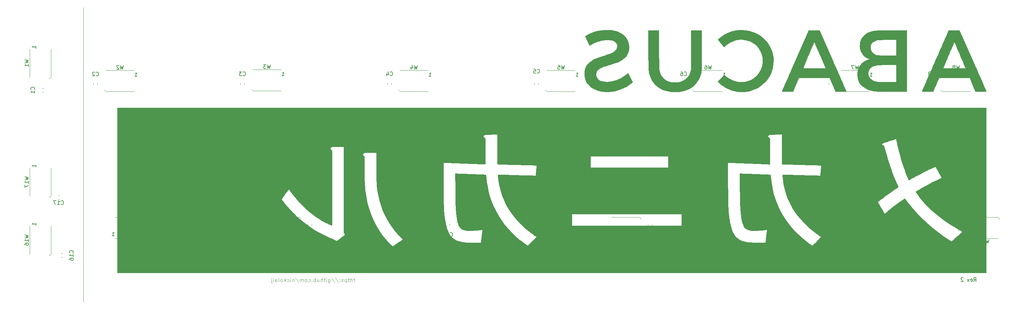
<source format=gbr>
G04 #@! TF.GenerationSoftware,KiCad,Pcbnew,(5.1.2)-2*
G04 #@! TF.CreationDate,2020-02-09T21:54:55+10:00*
G04 #@! TF.ProjectId,AbacusPCB,41626163-7573-4504-9342-2e6b69636164,rev?*
G04 #@! TF.SameCoordinates,Original*
G04 #@! TF.FileFunction,Legend,Bot*
G04 #@! TF.FilePolarity,Positive*
%FSLAX46Y46*%
G04 Gerber Fmt 4.6, Leading zero omitted, Abs format (unit mm)*
G04 Created by KiCad (PCBNEW (5.1.2)-2) date 2020-02-09 21:54:55*
%MOMM*%
%LPD*%
G04 APERTURE LIST*
%ADD10C,0.110000*%
%ADD11C,0.120000*%
%ADD12C,0.150000*%
%ADD13C,0.010000*%
G04 APERTURE END LIST*
D10*
X176631845Y-179839880D02*
X176631845Y-178839880D01*
X176203273Y-179839880D02*
X176203273Y-179316071D01*
X176250892Y-179220833D01*
X176346130Y-179173214D01*
X176488988Y-179173214D01*
X176584226Y-179220833D01*
X176631845Y-179268452D01*
X175869940Y-179173214D02*
X175488988Y-179173214D01*
X175727083Y-178839880D02*
X175727083Y-179697023D01*
X175679464Y-179792261D01*
X175584226Y-179839880D01*
X175488988Y-179839880D01*
X175298511Y-179173214D02*
X174917559Y-179173214D01*
X175155654Y-178839880D02*
X175155654Y-179697023D01*
X175108035Y-179792261D01*
X175012797Y-179839880D01*
X174917559Y-179839880D01*
X174584226Y-179173214D02*
X174584226Y-180173214D01*
X174584226Y-179220833D02*
X174488988Y-179173214D01*
X174298511Y-179173214D01*
X174203273Y-179220833D01*
X174155654Y-179268452D01*
X174108035Y-179363690D01*
X174108035Y-179649404D01*
X174155654Y-179744642D01*
X174203273Y-179792261D01*
X174298511Y-179839880D01*
X174488988Y-179839880D01*
X174584226Y-179792261D01*
X173727083Y-179792261D02*
X173631845Y-179839880D01*
X173441369Y-179839880D01*
X173346130Y-179792261D01*
X173298511Y-179697023D01*
X173298511Y-179649404D01*
X173346130Y-179554166D01*
X173441369Y-179506547D01*
X173584226Y-179506547D01*
X173679464Y-179458928D01*
X173727083Y-179363690D01*
X173727083Y-179316071D01*
X173679464Y-179220833D01*
X173584226Y-179173214D01*
X173441369Y-179173214D01*
X173346130Y-179220833D01*
X172869940Y-179744642D02*
X172822321Y-179792261D01*
X172869940Y-179839880D01*
X172917559Y-179792261D01*
X172869940Y-179744642D01*
X172869940Y-179839880D01*
X172869940Y-179220833D02*
X172822321Y-179268452D01*
X172869940Y-179316071D01*
X172917559Y-179268452D01*
X172869940Y-179220833D01*
X172869940Y-179316071D01*
X171679464Y-178792261D02*
X172536607Y-180077976D01*
X170631845Y-178792261D02*
X171488988Y-180077976D01*
X169869940Y-179173214D02*
X169869940Y-179982738D01*
X169917559Y-180077976D01*
X169965178Y-180125595D01*
X170060416Y-180173214D01*
X170203273Y-180173214D01*
X170298511Y-180125595D01*
X169869940Y-179792261D02*
X169965178Y-179839880D01*
X170155654Y-179839880D01*
X170250892Y-179792261D01*
X170298511Y-179744642D01*
X170346130Y-179649404D01*
X170346130Y-179363690D01*
X170298511Y-179268452D01*
X170250892Y-179220833D01*
X170155654Y-179173214D01*
X169965178Y-179173214D01*
X169869940Y-179220833D01*
X169393750Y-179839880D02*
X169393750Y-179173214D01*
X169393750Y-178839880D02*
X169441369Y-178887500D01*
X169393750Y-178935119D01*
X169346130Y-178887500D01*
X169393750Y-178839880D01*
X169393750Y-178935119D01*
X169060416Y-179173214D02*
X168679464Y-179173214D01*
X168917559Y-178839880D02*
X168917559Y-179697023D01*
X168869940Y-179792261D01*
X168774702Y-179839880D01*
X168679464Y-179839880D01*
X168346130Y-179839880D02*
X168346130Y-178839880D01*
X167917559Y-179839880D02*
X167917559Y-179316071D01*
X167965178Y-179220833D01*
X168060416Y-179173214D01*
X168203273Y-179173214D01*
X168298511Y-179220833D01*
X168346130Y-179268452D01*
X167012797Y-179173214D02*
X167012797Y-179839880D01*
X167441369Y-179173214D02*
X167441369Y-179697023D01*
X167393750Y-179792261D01*
X167298511Y-179839880D01*
X167155654Y-179839880D01*
X167060416Y-179792261D01*
X167012797Y-179744642D01*
X166536607Y-179839880D02*
X166536607Y-178839880D01*
X166536607Y-179220833D02*
X166441369Y-179173214D01*
X166250892Y-179173214D01*
X166155654Y-179220833D01*
X166108035Y-179268452D01*
X166060416Y-179363690D01*
X166060416Y-179649404D01*
X166108035Y-179744642D01*
X166155654Y-179792261D01*
X166250892Y-179839880D01*
X166441369Y-179839880D01*
X166536607Y-179792261D01*
X165631845Y-179744642D02*
X165584226Y-179792261D01*
X165631845Y-179839880D01*
X165679464Y-179792261D01*
X165631845Y-179744642D01*
X165631845Y-179839880D01*
X164727083Y-179792261D02*
X164822321Y-179839880D01*
X165012797Y-179839880D01*
X165108035Y-179792261D01*
X165155654Y-179744642D01*
X165203273Y-179649404D01*
X165203273Y-179363690D01*
X165155654Y-179268452D01*
X165108035Y-179220833D01*
X165012797Y-179173214D01*
X164822321Y-179173214D01*
X164727083Y-179220833D01*
X164155654Y-179839880D02*
X164250892Y-179792261D01*
X164298511Y-179744642D01*
X164346130Y-179649404D01*
X164346130Y-179363690D01*
X164298511Y-179268452D01*
X164250892Y-179220833D01*
X164155654Y-179173214D01*
X164012797Y-179173214D01*
X163917559Y-179220833D01*
X163869940Y-179268452D01*
X163822321Y-179363690D01*
X163822321Y-179649404D01*
X163869940Y-179744642D01*
X163917559Y-179792261D01*
X164012797Y-179839880D01*
X164155654Y-179839880D01*
X163393750Y-179839880D02*
X163393750Y-179173214D01*
X163393750Y-179268452D02*
X163346130Y-179220833D01*
X163250892Y-179173214D01*
X163108035Y-179173214D01*
X163012797Y-179220833D01*
X162965178Y-179316071D01*
X162965178Y-179839880D01*
X162965178Y-179316071D02*
X162917559Y-179220833D01*
X162822321Y-179173214D01*
X162679464Y-179173214D01*
X162584226Y-179220833D01*
X162536607Y-179316071D01*
X162536607Y-179839880D01*
X161346130Y-178792261D02*
X162203273Y-180077976D01*
X161012797Y-179173214D02*
X161012797Y-179839880D01*
X161012797Y-179268452D02*
X160965178Y-179220833D01*
X160869940Y-179173214D01*
X160727083Y-179173214D01*
X160631845Y-179220833D01*
X160584226Y-179316071D01*
X160584226Y-179839880D01*
X160108035Y-179839880D02*
X160108035Y-179173214D01*
X160108035Y-178839880D02*
X160155654Y-178887500D01*
X160108035Y-178935119D01*
X160060416Y-178887500D01*
X160108035Y-178839880D01*
X160108035Y-178935119D01*
X159203273Y-179792261D02*
X159298511Y-179839880D01*
X159488988Y-179839880D01*
X159584226Y-179792261D01*
X159631845Y-179744642D01*
X159679464Y-179649404D01*
X159679464Y-179363690D01*
X159631845Y-179268452D01*
X159584226Y-179220833D01*
X159488988Y-179173214D01*
X159298511Y-179173214D01*
X159203273Y-179220833D01*
X158774702Y-179839880D02*
X158774702Y-178839880D01*
X158679464Y-179458928D02*
X158393750Y-179839880D01*
X158393750Y-179173214D02*
X158774702Y-179554166D01*
X157822321Y-179839880D02*
X157917559Y-179792261D01*
X157965178Y-179744642D01*
X158012797Y-179649404D01*
X158012797Y-179363690D01*
X157965178Y-179268452D01*
X157917559Y-179220833D01*
X157822321Y-179173214D01*
X157679464Y-179173214D01*
X157584226Y-179220833D01*
X157536607Y-179268452D01*
X157488988Y-179363690D01*
X157488988Y-179649404D01*
X157536607Y-179744642D01*
X157584226Y-179792261D01*
X157679464Y-179839880D01*
X157822321Y-179839880D01*
X156917559Y-179839880D02*
X157012797Y-179792261D01*
X157060416Y-179697023D01*
X157060416Y-178839880D01*
X156108035Y-179839880D02*
X156108035Y-179316071D01*
X156155654Y-179220833D01*
X156250892Y-179173214D01*
X156441369Y-179173214D01*
X156536607Y-179220833D01*
X156108035Y-179792261D02*
X156203273Y-179839880D01*
X156441369Y-179839880D01*
X156536607Y-179792261D01*
X156584226Y-179697023D01*
X156584226Y-179601785D01*
X156536607Y-179506547D01*
X156441369Y-179458928D01*
X156203273Y-179458928D01*
X156108035Y-179411309D01*
X155631845Y-179839880D02*
X155631845Y-179173214D01*
X155631845Y-178839880D02*
X155679464Y-178887500D01*
X155631845Y-178935119D01*
X155584226Y-178887500D01*
X155631845Y-178839880D01*
X155631845Y-178935119D01*
X155155654Y-179173214D02*
X155155654Y-180030357D01*
X155203273Y-180125595D01*
X155298511Y-180173214D01*
X155346130Y-180173214D01*
X155155654Y-178839880D02*
X155203273Y-178887500D01*
X155155654Y-178935119D01*
X155108035Y-178887500D01*
X155155654Y-178839880D01*
X155155654Y-178935119D01*
D11*
X106362500Y-108743750D02*
X106362500Y-184943750D01*
D12*
X337145142Y-179776380D02*
X337478476Y-179300190D01*
X337716571Y-179776380D02*
X337716571Y-178776380D01*
X337335619Y-178776380D01*
X337240380Y-178824000D01*
X337192761Y-178871619D01*
X337145142Y-178966857D01*
X337145142Y-179109714D01*
X337192761Y-179204952D01*
X337240380Y-179252571D01*
X337335619Y-179300190D01*
X337716571Y-179300190D01*
X336335619Y-179728761D02*
X336430857Y-179776380D01*
X336621333Y-179776380D01*
X336716571Y-179728761D01*
X336764190Y-179633523D01*
X336764190Y-179252571D01*
X336716571Y-179157333D01*
X336621333Y-179109714D01*
X336430857Y-179109714D01*
X336335619Y-179157333D01*
X336288000Y-179252571D01*
X336288000Y-179347809D01*
X336764190Y-179443047D01*
X335954666Y-179109714D02*
X335716571Y-179776380D01*
X335478476Y-179109714D01*
X334383238Y-178871619D02*
X334335619Y-178824000D01*
X334240380Y-178776380D01*
X334002285Y-178776380D01*
X333907047Y-178824000D01*
X333859428Y-178871619D01*
X333811809Y-178966857D01*
X333811809Y-179062095D01*
X333859428Y-179204952D01*
X334430857Y-179776380D01*
X333811809Y-179776380D01*
D11*
X98000000Y-126840000D02*
X97536000Y-127254000D01*
X98000000Y-119540000D02*
X98000000Y-126840000D01*
X92500000Y-119540000D02*
X92500000Y-126840000D01*
X112237500Y-130543750D02*
X111823500Y-130079750D01*
X119537500Y-130543750D02*
X112237500Y-130543750D01*
X119537500Y-125043750D02*
X112237500Y-125043750D01*
X150337500Y-130385000D02*
X149923500Y-129921000D01*
X157637500Y-130385000D02*
X150337500Y-130385000D01*
X157637500Y-124885000D02*
X150337500Y-124885000D01*
X188437500Y-130543750D02*
X188023500Y-130079750D01*
X195737500Y-130543750D02*
X188437500Y-130543750D01*
X195737500Y-125043750D02*
X188437500Y-125043750D01*
X226537500Y-130543750D02*
X226123500Y-130079750D01*
X233837500Y-130543750D02*
X226537500Y-130543750D01*
X233837500Y-125043750D02*
X226537500Y-125043750D01*
X264637500Y-130543750D02*
X264223500Y-130079750D01*
X271937500Y-130543750D02*
X264637500Y-130543750D01*
X271937500Y-125043750D02*
X264637500Y-125043750D01*
X302737500Y-130543750D02*
X302323500Y-130079750D01*
X310037500Y-130543750D02*
X302737500Y-130543750D01*
X310037500Y-125043750D02*
X302737500Y-125043750D01*
X328931250Y-130543750D02*
X328517250Y-130079750D01*
X336231250Y-130543750D02*
X328931250Y-130543750D01*
X336231250Y-125043750D02*
X328931250Y-125043750D01*
X331312500Y-149593750D02*
X330898500Y-149129750D01*
X338612500Y-149593750D02*
X331312500Y-149593750D01*
X338612500Y-144093750D02*
X331312500Y-144093750D01*
X343375000Y-163143750D02*
X343789000Y-163607750D01*
X336075000Y-163143750D02*
X343375000Y-163143750D01*
X336075000Y-168643750D02*
X343375000Y-168643750D01*
X305275000Y-163143750D02*
X305689000Y-163607750D01*
X297975000Y-163143750D02*
X305275000Y-163143750D01*
X297975000Y-168643750D02*
X305275000Y-168643750D01*
X250506250Y-163143750D02*
X250920250Y-163607750D01*
X243206250Y-163143750D02*
X250506250Y-163143750D01*
X243206250Y-168643750D02*
X250506250Y-168643750D01*
X198118750Y-163143750D02*
X198532750Y-163607750D01*
X190818750Y-163143750D02*
X198118750Y-163143750D01*
X190818750Y-168643750D02*
X198118750Y-168643750D01*
X162400000Y-163143750D02*
X162814000Y-163607750D01*
X155100000Y-163143750D02*
X162400000Y-163143750D01*
X155100000Y-168643750D02*
X162400000Y-168643750D01*
X121918750Y-163143750D02*
X122332750Y-163607750D01*
X114618750Y-163143750D02*
X121918750Y-163143750D01*
X114618750Y-168643750D02*
X121918750Y-168643750D01*
X98000000Y-172718750D02*
X97536000Y-173132750D01*
X98000000Y-165418750D02*
X98000000Y-172718750D01*
X92500000Y-165418750D02*
X92500000Y-172718750D01*
X98000000Y-157637500D02*
X97536000Y-158051500D01*
X98000000Y-150337500D02*
X98000000Y-157637500D01*
X92500000Y-150337500D02*
X92500000Y-157637500D01*
D13*
G36*
X115241917Y-177546000D02*
G01*
X340370583Y-177546000D01*
X340370583Y-166824680D01*
X334137979Y-166824680D01*
X334123566Y-166859770D01*
X334048283Y-166946538D01*
X333911542Y-167085554D01*
X333712752Y-167277386D01*
X333451326Y-167522605D01*
X333126673Y-167821780D01*
X332783312Y-168134582D01*
X332491979Y-168398414D01*
X332219861Y-168643985D01*
X331973362Y-168865580D01*
X331758883Y-169057484D01*
X331582825Y-169213981D01*
X331451590Y-169329357D01*
X331371580Y-169397896D01*
X331348862Y-169415166D01*
X331305868Y-169394754D01*
X331204473Y-169336615D01*
X331057694Y-169248501D01*
X330878545Y-169138160D01*
X330777362Y-169074852D01*
X329300737Y-168098173D01*
X327854032Y-167045348D01*
X326442490Y-165921221D01*
X325071353Y-164730637D01*
X323745864Y-163478441D01*
X322471264Y-162169476D01*
X321252796Y-160808588D01*
X320095702Y-159400620D01*
X319570232Y-158718250D01*
X319445726Y-158555426D01*
X319339145Y-158420463D01*
X319260806Y-158326104D01*
X319221024Y-158285095D01*
X319219016Y-158284333D01*
X319172938Y-158308057D01*
X319067888Y-158374785D01*
X318913457Y-158477848D01*
X318719240Y-158610579D01*
X318494828Y-158766310D01*
X318249815Y-158938373D01*
X317993792Y-159120099D01*
X317736354Y-159304822D01*
X317487091Y-159485874D01*
X317425917Y-159530707D01*
X316804330Y-159995264D01*
X316148810Y-160500087D01*
X315484894Y-161025179D01*
X314838115Y-161550539D01*
X314680017Y-161681299D01*
X314480247Y-161846013D01*
X314302391Y-161990463D01*
X314156733Y-162106475D01*
X314053558Y-162185875D01*
X314003151Y-162220489D01*
X314000504Y-162221333D01*
X313974068Y-162185724D01*
X313910572Y-162084000D01*
X313814506Y-161923818D01*
X313690359Y-161712833D01*
X313542620Y-161458702D01*
X313375780Y-161169081D01*
X313194328Y-160851625D01*
X313100603Y-160686750D01*
X312229813Y-159152166D01*
X312340782Y-159053477D01*
X312464906Y-158949584D01*
X312650259Y-158803330D01*
X312888573Y-158620720D01*
X313171581Y-158407756D01*
X313491017Y-158170441D01*
X313838615Y-157914778D01*
X314206108Y-157646770D01*
X314585229Y-157372420D01*
X314967711Y-157097731D01*
X315345288Y-156828706D01*
X315709694Y-156571348D01*
X316052661Y-156331659D01*
X316365924Y-156115644D01*
X316641215Y-155929304D01*
X316663917Y-155914147D01*
X316859662Y-155782599D01*
X317061439Y-155645290D01*
X317240042Y-155522167D01*
X317327065Y-155461183D01*
X317588047Y-155276375D01*
X317290343Y-154653104D01*
X316879593Y-153753250D01*
X316468692Y-152774251D01*
X316059555Y-151721602D01*
X315654101Y-150600800D01*
X315352568Y-149708346D01*
X297601448Y-149708346D01*
X297594358Y-149825025D01*
X297580810Y-150001241D01*
X297561983Y-150224661D01*
X297539057Y-150482950D01*
X297513212Y-150763772D01*
X297485627Y-151054795D01*
X297457481Y-151343683D01*
X297429954Y-151618103D01*
X297404226Y-151865718D01*
X297381476Y-152074197D01*
X297362884Y-152231203D01*
X297349629Y-152324403D01*
X297344481Y-152344880D01*
X297301782Y-152345090D01*
X297180451Y-152343064D01*
X296986486Y-152338961D01*
X296725889Y-152332942D01*
X296404659Y-152325167D01*
X296028796Y-152315796D01*
X295604300Y-152304990D01*
X295137172Y-152292909D01*
X294633410Y-152279713D01*
X294099016Y-152265563D01*
X293539989Y-152250619D01*
X292962329Y-152235041D01*
X292372035Y-152218989D01*
X291775109Y-152202625D01*
X291177550Y-152186107D01*
X290585358Y-152169597D01*
X290004533Y-152153255D01*
X289441074Y-152137241D01*
X288900983Y-152121715D01*
X288390258Y-152106838D01*
X287967151Y-152094329D01*
X287570218Y-152082500D01*
X287598854Y-152505833D01*
X287658276Y-153156342D01*
X287749735Y-153854477D01*
X287868265Y-154571710D01*
X288008904Y-155279511D01*
X288166688Y-155949354D01*
X288255167Y-156277811D01*
X288624634Y-157440888D01*
X289064690Y-158566167D01*
X289577017Y-159656408D01*
X290163296Y-160714373D01*
X290825211Y-161742824D01*
X291564444Y-162744521D01*
X292382676Y-163722227D01*
X293281591Y-164678704D01*
X293513693Y-164909500D01*
X294052135Y-165427488D01*
X294565956Y-165898271D01*
X295074675Y-166338128D01*
X295597811Y-166763340D01*
X296154882Y-167190186D01*
X296765408Y-167634947D01*
X296873083Y-167711501D01*
X297077566Y-167856814D01*
X297259243Y-167986645D01*
X297406359Y-168092533D01*
X297507157Y-168166019D01*
X297549212Y-168198029D01*
X297530556Y-168236620D01*
X297454840Y-168329803D01*
X297325958Y-168473409D01*
X297147802Y-168663268D01*
X296924267Y-168895209D01*
X296659246Y-169165062D01*
X296448839Y-169376578D01*
X296193578Y-169631617D01*
X295957483Y-169866826D01*
X295747134Y-170075702D01*
X295569110Y-170251740D01*
X295429992Y-170388438D01*
X295336360Y-170479291D01*
X295294794Y-170517794D01*
X295293376Y-170518666D01*
X295255991Y-170495435D01*
X295161289Y-170431106D01*
X295020896Y-170333730D01*
X294846436Y-170211354D01*
X294700415Y-170108140D01*
X293519560Y-169225825D01*
X292407040Y-168302240D01*
X291364665Y-167339243D01*
X290394242Y-166338692D01*
X289497579Y-165302448D01*
X288676483Y-164232368D01*
X287968079Y-163186135D01*
X287277778Y-162022127D01*
X286661841Y-160821683D01*
X286119826Y-159583478D01*
X285651289Y-158306187D01*
X285255791Y-156988484D01*
X284932887Y-155629044D01*
X284682138Y-154226541D01*
X284504876Y-152797793D01*
X284433797Y-152073753D01*
X283477940Y-152045456D01*
X283147535Y-152035300D01*
X282760431Y-152022792D01*
X282344536Y-152008873D01*
X281927753Y-151994481D01*
X281537987Y-151980556D01*
X281400250Y-151975489D01*
X280860495Y-151955516D01*
X280324151Y-151935814D01*
X279798192Y-151916630D01*
X279289590Y-151898209D01*
X278805321Y-151880800D01*
X278352358Y-151864649D01*
X277937674Y-151850002D01*
X277568244Y-151837106D01*
X277251041Y-151826209D01*
X276993040Y-151817556D01*
X276801213Y-151811395D01*
X276682535Y-151807972D01*
X276648104Y-151807333D01*
X276531917Y-151807333D01*
X276532834Y-154950583D01*
X276534804Y-155972773D01*
X276540313Y-156915404D01*
X276549696Y-157783522D01*
X276563285Y-158582174D01*
X276581414Y-159316406D01*
X276604416Y-159991265D01*
X276632624Y-160611797D01*
X276666370Y-161183049D01*
X276705989Y-161710068D01*
X276751813Y-162197899D01*
X276804176Y-162651590D01*
X276863410Y-163076187D01*
X276929849Y-163476737D01*
X277003827Y-163858286D01*
X277085675Y-164225881D01*
X277166530Y-164549666D01*
X277311290Y-165015762D01*
X277484525Y-165407133D01*
X277692535Y-165730766D01*
X277941619Y-165993648D01*
X278238077Y-166202765D01*
X278588210Y-166365103D01*
X278889293Y-166460220D01*
X279173471Y-166516083D01*
X279533314Y-166553691D01*
X279961833Y-166573134D01*
X280452036Y-166574504D01*
X280996933Y-166557890D01*
X281589535Y-166523381D01*
X282222851Y-166471069D01*
X282815245Y-166409592D01*
X283051524Y-166383799D01*
X283256866Y-166363263D01*
X283417231Y-166349236D01*
X283518581Y-166342969D01*
X283547663Y-166344301D01*
X283546260Y-166388398D01*
X283535552Y-166507525D01*
X283516525Y-166692674D01*
X283490168Y-166934835D01*
X283457467Y-167225000D01*
X283419410Y-167554161D01*
X283376984Y-167913308D01*
X283361748Y-168040577D01*
X283159912Y-169720931D01*
X280999498Y-169702503D01*
X280406685Y-169696339D01*
X279890136Y-169688632D01*
X279451311Y-169679422D01*
X279091668Y-169668751D01*
X278812669Y-169656661D01*
X278615771Y-169643193D01*
X278522860Y-169632213D01*
X277817094Y-169484029D01*
X277175792Y-169281363D01*
X276598287Y-169023829D01*
X276083914Y-168711044D01*
X275632006Y-168342623D01*
X275511491Y-168211500D01*
X223867688Y-168211500D01*
X222716620Y-169363637D01*
X221565551Y-170515774D01*
X221436817Y-170434762D01*
X221353731Y-170379755D01*
X221219475Y-170287837D01*
X221051800Y-170171277D01*
X220868458Y-170042340D01*
X220846675Y-170026922D01*
X220077690Y-169458042D01*
X219300609Y-168837272D01*
X218538323Y-168184154D01*
X217813724Y-167518233D01*
X217214607Y-166926040D01*
X216341261Y-165985155D01*
X215545235Y-165034509D01*
X214819180Y-164063856D01*
X214155750Y-163062950D01*
X213547598Y-162021544D01*
X213143205Y-161247666D01*
X212675372Y-160257191D01*
X212262096Y-159267747D01*
X211900441Y-158268538D01*
X211587469Y-157248767D01*
X211320246Y-156197636D01*
X211095835Y-155104350D01*
X210911299Y-153958111D01*
X210763704Y-152748122D01*
X210724524Y-152353435D01*
X210698205Y-152074038D01*
X209737811Y-152045598D01*
X209405870Y-152035394D01*
X209017340Y-152022841D01*
X208600232Y-152008882D01*
X208182559Y-151994461D01*
X207792334Y-151980520D01*
X207655583Y-151975489D01*
X207100659Y-151954955D01*
X206552287Y-151934814D01*
X206017252Y-151915305D01*
X205502340Y-151896667D01*
X205014337Y-151879141D01*
X204560028Y-151862967D01*
X204146198Y-151848384D01*
X203779633Y-151835631D01*
X203467117Y-151824950D01*
X203215438Y-151816579D01*
X203031378Y-151810758D01*
X202921725Y-151807727D01*
X202896821Y-151807333D01*
X202774018Y-151807333D01*
X202801241Y-155691416D01*
X202807329Y-156497860D01*
X202813882Y-157226115D01*
X202821164Y-157882662D01*
X202829436Y-158473976D01*
X202838960Y-159006538D01*
X202849998Y-159486826D01*
X202862813Y-159921317D01*
X202877665Y-160316491D01*
X202894818Y-160678825D01*
X202914532Y-161014799D01*
X202937071Y-161330890D01*
X202962695Y-161633577D01*
X202991668Y-161929338D01*
X203024250Y-162224652D01*
X203060705Y-162525997D01*
X203085437Y-162719247D01*
X203172441Y-163313330D01*
X203272069Y-163861174D01*
X203382520Y-164355958D01*
X203501992Y-164790859D01*
X203628684Y-165159056D01*
X203760794Y-165453726D01*
X203845669Y-165598058D01*
X204098949Y-165901551D01*
X204417234Y-166150816D01*
X204800488Y-166345829D01*
X205150759Y-166461940D01*
X205426633Y-166516179D01*
X205777679Y-166553021D01*
X206196232Y-166572569D01*
X206674625Y-166574924D01*
X207205192Y-166560186D01*
X207780266Y-166528458D01*
X208392182Y-166479840D01*
X209033272Y-166414433D01*
X209070578Y-166410196D01*
X209307136Y-166384383D01*
X209513059Y-166364193D01*
X209674227Y-166350826D01*
X209776518Y-166345482D01*
X209806370Y-166347675D01*
X209805771Y-166392559D01*
X209795844Y-166512341D01*
X209777566Y-166697878D01*
X209751910Y-166940031D01*
X209719851Y-167229658D01*
X209682365Y-167557618D01*
X209640427Y-167914772D01*
X209629199Y-168008902D01*
X209585777Y-168372661D01*
X209545705Y-168710056D01*
X209510063Y-169011849D01*
X209479933Y-169268803D01*
X209456398Y-169471683D01*
X209440539Y-169611251D01*
X209433438Y-169678271D01*
X209433158Y-169682583D01*
X209392565Y-169690760D01*
X209277017Y-169697657D01*
X209096217Y-169703299D01*
X208859867Y-169707711D01*
X208577669Y-169710918D01*
X208259324Y-169712947D01*
X207914535Y-169713821D01*
X207553003Y-169713567D01*
X207184432Y-169712211D01*
X206818523Y-169709776D01*
X206464978Y-169706289D01*
X206133499Y-169701776D01*
X205833788Y-169696260D01*
X205575548Y-169689769D01*
X205368480Y-169682326D01*
X205222286Y-169673958D01*
X205194152Y-169671508D01*
X204489064Y-169571033D01*
X203831274Y-169412848D01*
X203226581Y-169198818D01*
X202680787Y-168930809D01*
X202642770Y-168907470D01*
X189206258Y-168907470D01*
X188493171Y-169371940D01*
X188218464Y-169551007D01*
X187914832Y-169749158D01*
X187609394Y-169948681D01*
X187329266Y-170131862D01*
X187166250Y-170238595D01*
X186962925Y-170370263D01*
X186782571Y-170484134D01*
X186637663Y-170572562D01*
X186540680Y-170627902D01*
X186505851Y-170643223D01*
X186464559Y-170614833D01*
X186372993Y-170533714D01*
X186239696Y-170408036D01*
X186073214Y-170245971D01*
X185882089Y-170055690D01*
X185722685Y-169894250D01*
X185375208Y-169535674D01*
X185074273Y-169215115D01*
X184803470Y-168913975D01*
X184546387Y-168613652D01*
X184286615Y-168295549D01*
X184069915Y-168021000D01*
X183807017Y-167661166D01*
X174196647Y-167661166D01*
X173114365Y-168475029D01*
X172850936Y-168672903D01*
X172609978Y-168853473D01*
X172399602Y-169010693D01*
X172227921Y-169138519D01*
X172103044Y-169230907D01*
X172033082Y-169281810D01*
X172020896Y-169289945D01*
X171981135Y-169272484D01*
X171879488Y-169223782D01*
X171729749Y-169150552D01*
X171545716Y-169059511D01*
X171470562Y-169022091D01*
X171249567Y-168915166D01*
X170975629Y-168787680D01*
X170674155Y-168651168D01*
X170370548Y-168517166D01*
X170148250Y-168421661D01*
X168768520Y-167792227D01*
X167415582Y-167084042D01*
X166094088Y-166300073D01*
X164808688Y-165443290D01*
X163564034Y-164516661D01*
X162364778Y-163523155D01*
X162083750Y-163274664D01*
X161784511Y-162999268D01*
X161445168Y-162674290D01*
X161080255Y-162314591D01*
X160704309Y-161935030D01*
X160331863Y-161550468D01*
X159977453Y-161175765D01*
X159655615Y-160825781D01*
X159380882Y-160515376D01*
X159352471Y-160482312D01*
X159184076Y-160282992D01*
X158994946Y-160054720D01*
X158793766Y-159808417D01*
X158589223Y-159555004D01*
X158390002Y-159305403D01*
X158204790Y-159070533D01*
X158042272Y-158861317D01*
X157911133Y-158688674D01*
X157820060Y-158563527D01*
X157787706Y-158514874D01*
X157777544Y-158487494D01*
X157780253Y-158450363D01*
X157800242Y-158396704D01*
X157841917Y-158319745D01*
X157909687Y-158212712D01*
X158007960Y-158068830D01*
X158141142Y-157881326D01*
X158313642Y-157643426D01*
X158529867Y-157348356D01*
X158675550Y-157150386D01*
X159616528Y-155872857D01*
X160040644Y-156433012D01*
X160494882Y-157024682D01*
X160921177Y-157561152D01*
X161334841Y-158060003D01*
X161751186Y-158538819D01*
X162185522Y-159015182D01*
X162653162Y-159506675D01*
X163169418Y-160030881D01*
X163203139Y-160064624D01*
X164078653Y-160909253D01*
X164940934Y-161677786D01*
X165797889Y-162376109D01*
X166657425Y-163010110D01*
X167527448Y-163585677D01*
X168415866Y-164108698D01*
X169162129Y-164501737D01*
X169309672Y-164573327D01*
X169497828Y-164661323D01*
X169712745Y-164759611D01*
X169940568Y-164862075D01*
X170167447Y-164962600D01*
X170379528Y-165055070D01*
X170562959Y-165133370D01*
X170703886Y-165191385D01*
X170788457Y-165222998D01*
X170804995Y-165227000D01*
X170806909Y-165185292D01*
X170808776Y-165062669D01*
X170810586Y-164862885D01*
X170812332Y-164589690D01*
X170814005Y-164246839D01*
X170815599Y-163838081D01*
X170817105Y-163367171D01*
X170818515Y-162837860D01*
X170819820Y-162253901D01*
X170821013Y-161619045D01*
X170822087Y-160937046D01*
X170823032Y-160211655D01*
X170823841Y-159446624D01*
X170824506Y-158645706D01*
X170825019Y-157812654D01*
X170825372Y-156951218D01*
X170825556Y-156065153D01*
X170825583Y-155568806D01*
X170825583Y-145910613D01*
X170636808Y-145708797D01*
X170483406Y-145515099D01*
X170410293Y-145345698D01*
X170417629Y-145197548D01*
X170505572Y-145067605D01*
X170674282Y-144952824D01*
X170676343Y-144951760D01*
X170886604Y-144843500D01*
X172401260Y-144831391D01*
X173915917Y-144819282D01*
X173917896Y-155901557D01*
X173919875Y-166983833D01*
X174058261Y-167322500D01*
X174196647Y-167661166D01*
X183807017Y-167661166D01*
X183279051Y-166938531D01*
X182558530Y-165809190D01*
X181908321Y-164632896D01*
X181328390Y-163409569D01*
X180818703Y-162139127D01*
X180379228Y-160821490D01*
X180009932Y-159456576D01*
X179710782Y-158044305D01*
X179528948Y-156929666D01*
X179472841Y-156522735D01*
X179423397Y-156130433D01*
X179380229Y-155744668D01*
X179342949Y-155357351D01*
X179311167Y-154960392D01*
X179284496Y-154545702D01*
X179262547Y-154105190D01*
X179244933Y-153630766D01*
X179231264Y-153114340D01*
X179221154Y-152547823D01*
X179214213Y-151923124D01*
X179210053Y-151232154D01*
X179208287Y-150466823D01*
X179208169Y-150245390D01*
X179207583Y-147392280D01*
X179018808Y-147190463D01*
X178915166Y-147067521D01*
X178835943Y-146951263D01*
X178802475Y-146878848D01*
X178808364Y-146738678D01*
X178895981Y-146606748D01*
X179062512Y-146486674D01*
X179136734Y-146449134D01*
X179196204Y-146422151D01*
X179252962Y-146400403D01*
X179316471Y-146383321D01*
X179396191Y-146370338D01*
X179501585Y-146360888D01*
X179642113Y-146354404D01*
X179827236Y-146350318D01*
X180066418Y-146348062D01*
X180369118Y-146347071D01*
X180744798Y-146346776D01*
X180844766Y-146346746D01*
X182333783Y-146346333D01*
X182351920Y-150293916D01*
X182355328Y-150991308D01*
X182358837Y-151609803D01*
X182362558Y-152155172D01*
X182366601Y-152633185D01*
X182371075Y-153049613D01*
X182376093Y-153410225D01*
X182381763Y-153720793D01*
X182388196Y-153987086D01*
X182395503Y-154214875D01*
X182403793Y-154409930D01*
X182413178Y-154578021D01*
X182423767Y-154724918D01*
X182435670Y-154856393D01*
X182439936Y-154897666D01*
X182548874Y-155812934D01*
X182675015Y-156662713D01*
X182822159Y-157465112D01*
X182994109Y-158238241D01*
X183194664Y-159000209D01*
X183427627Y-159769127D01*
X183523908Y-160062333D01*
X183987234Y-161315354D01*
X184524640Y-162528187D01*
X185136522Y-163701475D01*
X185823277Y-164835859D01*
X186585299Y-165931984D01*
X187422985Y-166990492D01*
X188336730Y-168012027D01*
X188556671Y-168240769D01*
X189206258Y-168907470D01*
X202642770Y-168907470D01*
X202448583Y-168788260D01*
X202246938Y-168638559D01*
X202018789Y-168442161D01*
X201786918Y-168221055D01*
X201574103Y-167997232D01*
X201403124Y-167792678D01*
X201368666Y-167745833D01*
X201102409Y-167314575D01*
X200858150Y-166802538D01*
X200636175Y-166210779D01*
X200436771Y-165540356D01*
X200260224Y-164792325D01*
X200106821Y-163967742D01*
X199976847Y-163067665D01*
X199889024Y-162284833D01*
X199866346Y-162053767D01*
X199845861Y-161837482D01*
X199827443Y-161630649D01*
X199810966Y-161427940D01*
X199796303Y-161224027D01*
X199783328Y-161013580D01*
X199771914Y-160791272D01*
X199761935Y-160551774D01*
X199753264Y-160289758D01*
X199745776Y-159999896D01*
X199739343Y-159676859D01*
X199733839Y-159315318D01*
X199729139Y-158909946D01*
X199725114Y-158455414D01*
X199721640Y-157946393D01*
X199718589Y-157377555D01*
X199715835Y-156743573D01*
X199713253Y-156039117D01*
X199710714Y-155258858D01*
X199708992Y-154696583D01*
X199691710Y-148971000D01*
X199937730Y-148971134D01*
X200011500Y-148972753D01*
X200164301Y-148977437D01*
X200390561Y-148984986D01*
X200684705Y-148995194D01*
X201041163Y-149007859D01*
X201454361Y-149022778D01*
X201918727Y-149039748D01*
X202428687Y-149058565D01*
X202978670Y-149079027D01*
X203563103Y-149100930D01*
X204176413Y-149124071D01*
X204813027Y-149148248D01*
X205157917Y-149161410D01*
X205804080Y-149186040D01*
X206429533Y-149209746D01*
X207028739Y-149232323D01*
X207596158Y-149253570D01*
X208126252Y-149273284D01*
X208613484Y-149291261D01*
X209052313Y-149307298D01*
X209437203Y-149321194D01*
X209762615Y-149332744D01*
X210023010Y-149341746D01*
X210212851Y-149347997D01*
X210326598Y-149351294D01*
X210354333Y-149351775D01*
X210576583Y-149352000D01*
X210576583Y-142721402D01*
X210390891Y-142582268D01*
X210189656Y-142407632D01*
X210070953Y-142247383D01*
X210034923Y-142102022D01*
X210081707Y-141972048D01*
X210190604Y-141871393D01*
X210268154Y-141821733D01*
X210344737Y-141781030D01*
X210429527Y-141748297D01*
X210531700Y-141722546D01*
X210660427Y-141702789D01*
X210824884Y-141688042D01*
X211034244Y-141677315D01*
X211297682Y-141669623D01*
X211624370Y-141663977D01*
X212023484Y-141659392D01*
X212174667Y-141657924D01*
X213709250Y-141643391D01*
X213709250Y-149344399D01*
X214058500Y-149368507D01*
X214155358Y-149373362D01*
X214329679Y-149380090D01*
X214574284Y-149388479D01*
X214881997Y-149398316D01*
X215245640Y-149409388D01*
X215658034Y-149421481D01*
X216112001Y-149434384D01*
X216600364Y-149447882D01*
X217115944Y-149461764D01*
X217651565Y-149475816D01*
X217836750Y-149480589D01*
X218678019Y-149502216D01*
X219438600Y-149521874D01*
X220122447Y-149539685D01*
X220733511Y-149555771D01*
X221275747Y-149570255D01*
X221753107Y-149583257D01*
X222169545Y-149594901D01*
X222529012Y-149605308D01*
X222835463Y-149614600D01*
X223092850Y-149622900D01*
X223305126Y-149630329D01*
X223476245Y-149637010D01*
X223610159Y-149643064D01*
X223710821Y-149648613D01*
X223782184Y-149653781D01*
X223828202Y-149658688D01*
X223852828Y-149663456D01*
X223859232Y-149666537D01*
X223860749Y-149712351D01*
X223854523Y-149829975D01*
X223841728Y-150007024D01*
X223823539Y-150231113D01*
X223801131Y-150489856D01*
X223775679Y-150770867D01*
X223748357Y-151061761D01*
X223720341Y-151350153D01*
X223692805Y-151623657D01*
X223666924Y-151869888D01*
X223643873Y-152076460D01*
X223624826Y-152230988D01*
X223610959Y-152321087D01*
X223605741Y-152338953D01*
X223562019Y-152340021D01*
X223438976Y-152338729D01*
X223241919Y-152335210D01*
X222976156Y-152329598D01*
X222646997Y-152322024D01*
X222259749Y-152312621D01*
X221819720Y-152301522D01*
X221332220Y-152288860D01*
X220802555Y-152274767D01*
X220236035Y-152259375D01*
X219637967Y-152242818D01*
X219013660Y-152225228D01*
X218722931Y-152216935D01*
X218088503Y-152198865D01*
X217477934Y-152181659D01*
X216896530Y-152165458D01*
X216349595Y-152150402D01*
X215842435Y-152136630D01*
X215380356Y-152124283D01*
X214968663Y-152113499D01*
X214612662Y-152104419D01*
X214317657Y-152097183D01*
X214088955Y-152091930D01*
X213931861Y-152088801D01*
X213851680Y-152087934D01*
X213842095Y-152088326D01*
X213839954Y-152131986D01*
X213844638Y-152244427D01*
X213855243Y-152410120D01*
X213870867Y-152613532D01*
X213876725Y-152683432D01*
X214026438Y-153957860D01*
X214255075Y-155201663D01*
X214562606Y-156414778D01*
X214948996Y-157597140D01*
X215414213Y-158748686D01*
X215958223Y-159869352D01*
X216580994Y-160959074D01*
X217282493Y-162017789D01*
X218062686Y-163045433D01*
X218921541Y-164041942D01*
X219859024Y-165007251D01*
X220620449Y-165716739D01*
X221019807Y-166065165D01*
X221450675Y-166425979D01*
X221898190Y-166787612D01*
X222347489Y-167138495D01*
X222783710Y-167467060D01*
X223191988Y-167761735D01*
X223557460Y-168010953D01*
X223620986Y-168052309D01*
X223867688Y-168211500D01*
X275511491Y-168211500D01*
X275241898Y-167918180D01*
X275018699Y-167608312D01*
X274781665Y-167200970D01*
X274566001Y-166736997D01*
X274370046Y-166211264D01*
X274192137Y-165618641D01*
X274030609Y-164954000D01*
X273883800Y-164212211D01*
X273844751Y-163987899D01*
X273787129Y-163632775D01*
X273734452Y-163274868D01*
X273686520Y-162909343D01*
X273643131Y-162531364D01*
X273620869Y-162306000D01*
X261461250Y-162306000D01*
X261461250Y-165311666D01*
X232970917Y-165311666D01*
X232970917Y-162306000D01*
X261461250Y-162306000D01*
X273620869Y-162306000D01*
X273604085Y-162136097D01*
X273569179Y-161718706D01*
X273538213Y-161274354D01*
X273510986Y-160798208D01*
X273487296Y-160285432D01*
X273466942Y-159731190D01*
X273449724Y-159130647D01*
X273435440Y-158478967D01*
X273423888Y-157771315D01*
X273414868Y-157002856D01*
X273408179Y-156168754D01*
X273403619Y-155264174D01*
X273400987Y-154284281D01*
X273400093Y-153299583D01*
X273399250Y-148971000D01*
X273650424Y-148971000D01*
X273726864Y-148972591D01*
X273881938Y-148977221D01*
X274109673Y-148984676D01*
X274404098Y-148994741D01*
X274759244Y-149007202D01*
X275169138Y-149021843D01*
X275627810Y-149038452D01*
X276129289Y-149056812D01*
X276667602Y-149076710D01*
X277236780Y-149097931D01*
X277830852Y-149120260D01*
X278317674Y-149138688D01*
X278941072Y-149162350D01*
X279553774Y-149185587D01*
X280148829Y-149208136D01*
X280719284Y-149229735D01*
X281258189Y-149250122D01*
X281758592Y-149269033D01*
X282213541Y-149286205D01*
X282616083Y-149301378D01*
X282959268Y-149314286D01*
X283236144Y-149324669D01*
X283439758Y-149332264D01*
X283527500Y-149335506D01*
X284321250Y-149364636D01*
X284321250Y-147277666D01*
X257989917Y-147277666D01*
X257989917Y-150283333D01*
X237796917Y-150283333D01*
X237796917Y-147277666D01*
X257989917Y-147277666D01*
X284321250Y-147277666D01*
X284321250Y-142720019D01*
X284132816Y-142584696D01*
X283932550Y-142410799D01*
X283795235Y-142226284D01*
X283757748Y-142144176D01*
X283767922Y-142057282D01*
X283841633Y-141954453D01*
X283963710Y-141850953D01*
X284118979Y-141762043D01*
X284151917Y-141747670D01*
X284209001Y-141726747D01*
X284275212Y-141709665D01*
X284359692Y-141695935D01*
X284471581Y-141685070D01*
X284620024Y-141676583D01*
X284814160Y-141669985D01*
X285063133Y-141664790D01*
X285376084Y-141660509D01*
X285762154Y-141656656D01*
X285877000Y-141655652D01*
X287411583Y-141642502D01*
X287411583Y-149344098D01*
X287803167Y-149368850D01*
X287931018Y-149375282D01*
X288132116Y-149383285D01*
X288395061Y-149392498D01*
X288708454Y-149402561D01*
X289060897Y-149413113D01*
X289440992Y-149423793D01*
X289837340Y-149434241D01*
X289993917Y-149438176D01*
X290803171Y-149458429D01*
X291586986Y-149478444D01*
X292341253Y-149498101D01*
X293061863Y-149517278D01*
X293744709Y-149535852D01*
X294385680Y-149553702D01*
X294980670Y-149570707D01*
X295525567Y-149586744D01*
X296016265Y-149601692D01*
X296448655Y-149615429D01*
X296818627Y-149627834D01*
X297122073Y-149638784D01*
X297354885Y-149648159D01*
X297512953Y-149655836D01*
X297592169Y-149661693D01*
X297600900Y-149663538D01*
X297601448Y-149708346D01*
X315352568Y-149708346D01*
X315254245Y-149417341D01*
X314861903Y-148176719D01*
X314478992Y-146884432D01*
X314107428Y-145545976D01*
X314083065Y-145455078D01*
X313861692Y-144627324D01*
X313679949Y-144530910D01*
X313478863Y-144404540D01*
X313351944Y-144280348D01*
X313301350Y-144162805D01*
X313329234Y-144056382D01*
X313414027Y-143979385D01*
X313471310Y-143954704D01*
X313596390Y-143907990D01*
X313779509Y-143842519D01*
X314010907Y-143761565D01*
X314280828Y-143668403D01*
X314579513Y-143566307D01*
X314897205Y-143458553D01*
X315224146Y-143348416D01*
X315550577Y-143239169D01*
X315866742Y-143134089D01*
X316162881Y-143036449D01*
X316429237Y-142949525D01*
X316656053Y-142876591D01*
X316833569Y-142820923D01*
X316952029Y-142785794D01*
X317001675Y-142774481D01*
X317002583Y-142775047D01*
X317011859Y-142835431D01*
X317038023Y-142967172D01*
X317078585Y-143159204D01*
X317131051Y-143400466D01*
X317192931Y-143679895D01*
X317261730Y-143986427D01*
X317334959Y-144308999D01*
X317410123Y-144636549D01*
X317484732Y-144958012D01*
X317556293Y-145262328D01*
X317622314Y-145538431D01*
X317659266Y-145690166D01*
X318024285Y-147105832D01*
X318404677Y-148444252D01*
X318799917Y-149703726D01*
X319209477Y-150882556D01*
X319521275Y-151701500D01*
X319608761Y-151917982D01*
X319709107Y-152159265D01*
X319816689Y-152412576D01*
X319925882Y-152665140D01*
X320031064Y-152904185D01*
X320126611Y-153116936D01*
X320206898Y-153290620D01*
X320266303Y-153412463D01*
X320299200Y-153469692D01*
X320300250Y-153470834D01*
X320347638Y-153463912D01*
X320452784Y-153420705D01*
X320600645Y-153348154D01*
X320776177Y-153253201D01*
X320795451Y-153242300D01*
X321233805Y-152995478D01*
X321693554Y-152740593D01*
X322168871Y-152480616D01*
X322653929Y-152218518D01*
X323142901Y-151957268D01*
X323629960Y-151699839D01*
X324109279Y-151449200D01*
X324575030Y-151208323D01*
X325021387Y-150980178D01*
X325442522Y-150767736D01*
X325832608Y-150573968D01*
X326185818Y-150401844D01*
X326496325Y-150254335D01*
X326758303Y-150134412D01*
X326965923Y-150045045D01*
X327113358Y-149989206D01*
X327194782Y-149969865D01*
X327207781Y-149973223D01*
X327235428Y-150017155D01*
X327297598Y-150125084D01*
X327388939Y-150287233D01*
X327504099Y-150493826D01*
X327637727Y-150735087D01*
X327784470Y-151001239D01*
X327938978Y-151282507D01*
X328095899Y-151569113D01*
X328249881Y-151851281D01*
X328395572Y-152119236D01*
X328527621Y-152363200D01*
X328640677Y-152573398D01*
X328729387Y-152740053D01*
X328788400Y-152853389D01*
X328812365Y-152903629D01*
X328812631Y-152904958D01*
X328775837Y-152930445D01*
X328676749Y-152981143D01*
X328531087Y-153049367D01*
X328378714Y-153117000D01*
X328152905Y-153218741D01*
X327865410Y-153354187D01*
X327529064Y-153516856D01*
X327156703Y-153700266D01*
X326761162Y-153897935D01*
X326355276Y-154103379D01*
X325951880Y-154310118D01*
X325563810Y-154511668D01*
X325203901Y-154701547D01*
X324884987Y-154873273D01*
X324707250Y-154971256D01*
X324523226Y-155074725D01*
X324299341Y-155201878D01*
X324045712Y-155346850D01*
X323772455Y-155503778D01*
X323489685Y-155666795D01*
X323207520Y-155830037D01*
X322936075Y-155987639D01*
X322685466Y-156133737D01*
X322465809Y-156262464D01*
X322287221Y-156367956D01*
X322159817Y-156444349D01*
X322093714Y-156485777D01*
X322088644Y-156489425D01*
X322104542Y-156527846D01*
X322162619Y-156623468D01*
X322255128Y-156765114D01*
X322374321Y-156941603D01*
X322512451Y-157141759D01*
X322661770Y-157354403D01*
X322814532Y-157568356D01*
X322962989Y-157772440D01*
X323099394Y-157955476D01*
X323156582Y-158030333D01*
X324002696Y-159063872D01*
X324928951Y-160075360D01*
X325935615Y-161065018D01*
X327022954Y-162033065D01*
X328191235Y-162979721D01*
X329440725Y-163905205D01*
X330771690Y-164809737D01*
X332184397Y-165693537D01*
X333131583Y-166248409D01*
X333391108Y-166396714D01*
X333627887Y-166532118D01*
X333831506Y-166648658D01*
X333991553Y-166740371D01*
X334097616Y-166801297D01*
X334137979Y-166824680D01*
X340370583Y-166824680D01*
X340370583Y-134789333D01*
X115241917Y-134789333D01*
X115241917Y-177546000D01*
X115241917Y-177546000D01*
G37*
X115241917Y-177546000D02*
X340370583Y-177546000D01*
X340370583Y-166824680D01*
X334137979Y-166824680D01*
X334123566Y-166859770D01*
X334048283Y-166946538D01*
X333911542Y-167085554D01*
X333712752Y-167277386D01*
X333451326Y-167522605D01*
X333126673Y-167821780D01*
X332783312Y-168134582D01*
X332491979Y-168398414D01*
X332219861Y-168643985D01*
X331973362Y-168865580D01*
X331758883Y-169057484D01*
X331582825Y-169213981D01*
X331451590Y-169329357D01*
X331371580Y-169397896D01*
X331348862Y-169415166D01*
X331305868Y-169394754D01*
X331204473Y-169336615D01*
X331057694Y-169248501D01*
X330878545Y-169138160D01*
X330777362Y-169074852D01*
X329300737Y-168098173D01*
X327854032Y-167045348D01*
X326442490Y-165921221D01*
X325071353Y-164730637D01*
X323745864Y-163478441D01*
X322471264Y-162169476D01*
X321252796Y-160808588D01*
X320095702Y-159400620D01*
X319570232Y-158718250D01*
X319445726Y-158555426D01*
X319339145Y-158420463D01*
X319260806Y-158326104D01*
X319221024Y-158285095D01*
X319219016Y-158284333D01*
X319172938Y-158308057D01*
X319067888Y-158374785D01*
X318913457Y-158477848D01*
X318719240Y-158610579D01*
X318494828Y-158766310D01*
X318249815Y-158938373D01*
X317993792Y-159120099D01*
X317736354Y-159304822D01*
X317487091Y-159485874D01*
X317425917Y-159530707D01*
X316804330Y-159995264D01*
X316148810Y-160500087D01*
X315484894Y-161025179D01*
X314838115Y-161550539D01*
X314680017Y-161681299D01*
X314480247Y-161846013D01*
X314302391Y-161990463D01*
X314156733Y-162106475D01*
X314053558Y-162185875D01*
X314003151Y-162220489D01*
X314000504Y-162221333D01*
X313974068Y-162185724D01*
X313910572Y-162084000D01*
X313814506Y-161923818D01*
X313690359Y-161712833D01*
X313542620Y-161458702D01*
X313375780Y-161169081D01*
X313194328Y-160851625D01*
X313100603Y-160686750D01*
X312229813Y-159152166D01*
X312340782Y-159053477D01*
X312464906Y-158949584D01*
X312650259Y-158803330D01*
X312888573Y-158620720D01*
X313171581Y-158407756D01*
X313491017Y-158170441D01*
X313838615Y-157914778D01*
X314206108Y-157646770D01*
X314585229Y-157372420D01*
X314967711Y-157097731D01*
X315345288Y-156828706D01*
X315709694Y-156571348D01*
X316052661Y-156331659D01*
X316365924Y-156115644D01*
X316641215Y-155929304D01*
X316663917Y-155914147D01*
X316859662Y-155782599D01*
X317061439Y-155645290D01*
X317240042Y-155522167D01*
X317327065Y-155461183D01*
X317588047Y-155276375D01*
X317290343Y-154653104D01*
X316879593Y-153753250D01*
X316468692Y-152774251D01*
X316059555Y-151721602D01*
X315654101Y-150600800D01*
X315352568Y-149708346D01*
X297601448Y-149708346D01*
X297594358Y-149825025D01*
X297580810Y-150001241D01*
X297561983Y-150224661D01*
X297539057Y-150482950D01*
X297513212Y-150763772D01*
X297485627Y-151054795D01*
X297457481Y-151343683D01*
X297429954Y-151618103D01*
X297404226Y-151865718D01*
X297381476Y-152074197D01*
X297362884Y-152231203D01*
X297349629Y-152324403D01*
X297344481Y-152344880D01*
X297301782Y-152345090D01*
X297180451Y-152343064D01*
X296986486Y-152338961D01*
X296725889Y-152332942D01*
X296404659Y-152325167D01*
X296028796Y-152315796D01*
X295604300Y-152304990D01*
X295137172Y-152292909D01*
X294633410Y-152279713D01*
X294099016Y-152265563D01*
X293539989Y-152250619D01*
X292962329Y-152235041D01*
X292372035Y-152218989D01*
X291775109Y-152202625D01*
X291177550Y-152186107D01*
X290585358Y-152169597D01*
X290004533Y-152153255D01*
X289441074Y-152137241D01*
X288900983Y-152121715D01*
X288390258Y-152106838D01*
X287967151Y-152094329D01*
X287570218Y-152082500D01*
X287598854Y-152505833D01*
X287658276Y-153156342D01*
X287749735Y-153854477D01*
X287868265Y-154571710D01*
X288008904Y-155279511D01*
X288166688Y-155949354D01*
X288255167Y-156277811D01*
X288624634Y-157440888D01*
X289064690Y-158566167D01*
X289577017Y-159656408D01*
X290163296Y-160714373D01*
X290825211Y-161742824D01*
X291564444Y-162744521D01*
X292382676Y-163722227D01*
X293281591Y-164678704D01*
X293513693Y-164909500D01*
X294052135Y-165427488D01*
X294565956Y-165898271D01*
X295074675Y-166338128D01*
X295597811Y-166763340D01*
X296154882Y-167190186D01*
X296765408Y-167634947D01*
X296873083Y-167711501D01*
X297077566Y-167856814D01*
X297259243Y-167986645D01*
X297406359Y-168092533D01*
X297507157Y-168166019D01*
X297549212Y-168198029D01*
X297530556Y-168236620D01*
X297454840Y-168329803D01*
X297325958Y-168473409D01*
X297147802Y-168663268D01*
X296924267Y-168895209D01*
X296659246Y-169165062D01*
X296448839Y-169376578D01*
X296193578Y-169631617D01*
X295957483Y-169866826D01*
X295747134Y-170075702D01*
X295569110Y-170251740D01*
X295429992Y-170388438D01*
X295336360Y-170479291D01*
X295294794Y-170517794D01*
X295293376Y-170518666D01*
X295255991Y-170495435D01*
X295161289Y-170431106D01*
X295020896Y-170333730D01*
X294846436Y-170211354D01*
X294700415Y-170108140D01*
X293519560Y-169225825D01*
X292407040Y-168302240D01*
X291364665Y-167339243D01*
X290394242Y-166338692D01*
X289497579Y-165302448D01*
X288676483Y-164232368D01*
X287968079Y-163186135D01*
X287277778Y-162022127D01*
X286661841Y-160821683D01*
X286119826Y-159583478D01*
X285651289Y-158306187D01*
X285255791Y-156988484D01*
X284932887Y-155629044D01*
X284682138Y-154226541D01*
X284504876Y-152797793D01*
X284433797Y-152073753D01*
X283477940Y-152045456D01*
X283147535Y-152035300D01*
X282760431Y-152022792D01*
X282344536Y-152008873D01*
X281927753Y-151994481D01*
X281537987Y-151980556D01*
X281400250Y-151975489D01*
X280860495Y-151955516D01*
X280324151Y-151935814D01*
X279798192Y-151916630D01*
X279289590Y-151898209D01*
X278805321Y-151880800D01*
X278352358Y-151864649D01*
X277937674Y-151850002D01*
X277568244Y-151837106D01*
X277251041Y-151826209D01*
X276993040Y-151817556D01*
X276801213Y-151811395D01*
X276682535Y-151807972D01*
X276648104Y-151807333D01*
X276531917Y-151807333D01*
X276532834Y-154950583D01*
X276534804Y-155972773D01*
X276540313Y-156915404D01*
X276549696Y-157783522D01*
X276563285Y-158582174D01*
X276581414Y-159316406D01*
X276604416Y-159991265D01*
X276632624Y-160611797D01*
X276666370Y-161183049D01*
X276705989Y-161710068D01*
X276751813Y-162197899D01*
X276804176Y-162651590D01*
X276863410Y-163076187D01*
X276929849Y-163476737D01*
X277003827Y-163858286D01*
X277085675Y-164225881D01*
X277166530Y-164549666D01*
X277311290Y-165015762D01*
X277484525Y-165407133D01*
X277692535Y-165730766D01*
X277941619Y-165993648D01*
X278238077Y-166202765D01*
X278588210Y-166365103D01*
X278889293Y-166460220D01*
X279173471Y-166516083D01*
X279533314Y-166553691D01*
X279961833Y-166573134D01*
X280452036Y-166574504D01*
X280996933Y-166557890D01*
X281589535Y-166523381D01*
X282222851Y-166471069D01*
X282815245Y-166409592D01*
X283051524Y-166383799D01*
X283256866Y-166363263D01*
X283417231Y-166349236D01*
X283518581Y-166342969D01*
X283547663Y-166344301D01*
X283546260Y-166388398D01*
X283535552Y-166507525D01*
X283516525Y-166692674D01*
X283490168Y-166934835D01*
X283457467Y-167225000D01*
X283419410Y-167554161D01*
X283376984Y-167913308D01*
X283361748Y-168040577D01*
X283159912Y-169720931D01*
X280999498Y-169702503D01*
X280406685Y-169696339D01*
X279890136Y-169688632D01*
X279451311Y-169679422D01*
X279091668Y-169668751D01*
X278812669Y-169656661D01*
X278615771Y-169643193D01*
X278522860Y-169632213D01*
X277817094Y-169484029D01*
X277175792Y-169281363D01*
X276598287Y-169023829D01*
X276083914Y-168711044D01*
X275632006Y-168342623D01*
X275511491Y-168211500D01*
X223867688Y-168211500D01*
X222716620Y-169363637D01*
X221565551Y-170515774D01*
X221436817Y-170434762D01*
X221353731Y-170379755D01*
X221219475Y-170287837D01*
X221051800Y-170171277D01*
X220868458Y-170042340D01*
X220846675Y-170026922D01*
X220077690Y-169458042D01*
X219300609Y-168837272D01*
X218538323Y-168184154D01*
X217813724Y-167518233D01*
X217214607Y-166926040D01*
X216341261Y-165985155D01*
X215545235Y-165034509D01*
X214819180Y-164063856D01*
X214155750Y-163062950D01*
X213547598Y-162021544D01*
X213143205Y-161247666D01*
X212675372Y-160257191D01*
X212262096Y-159267747D01*
X211900441Y-158268538D01*
X211587469Y-157248767D01*
X211320246Y-156197636D01*
X211095835Y-155104350D01*
X210911299Y-153958111D01*
X210763704Y-152748122D01*
X210724524Y-152353435D01*
X210698205Y-152074038D01*
X209737811Y-152045598D01*
X209405870Y-152035394D01*
X209017340Y-152022841D01*
X208600232Y-152008882D01*
X208182559Y-151994461D01*
X207792334Y-151980520D01*
X207655583Y-151975489D01*
X207100659Y-151954955D01*
X206552287Y-151934814D01*
X206017252Y-151915305D01*
X205502340Y-151896667D01*
X205014337Y-151879141D01*
X204560028Y-151862967D01*
X204146198Y-151848384D01*
X203779633Y-151835631D01*
X203467117Y-151824950D01*
X203215438Y-151816579D01*
X203031378Y-151810758D01*
X202921725Y-151807727D01*
X202896821Y-151807333D01*
X202774018Y-151807333D01*
X202801241Y-155691416D01*
X202807329Y-156497860D01*
X202813882Y-157226115D01*
X202821164Y-157882662D01*
X202829436Y-158473976D01*
X202838960Y-159006538D01*
X202849998Y-159486826D01*
X202862813Y-159921317D01*
X202877665Y-160316491D01*
X202894818Y-160678825D01*
X202914532Y-161014799D01*
X202937071Y-161330890D01*
X202962695Y-161633577D01*
X202991668Y-161929338D01*
X203024250Y-162224652D01*
X203060705Y-162525997D01*
X203085437Y-162719247D01*
X203172441Y-163313330D01*
X203272069Y-163861174D01*
X203382520Y-164355958D01*
X203501992Y-164790859D01*
X203628684Y-165159056D01*
X203760794Y-165453726D01*
X203845669Y-165598058D01*
X204098949Y-165901551D01*
X204417234Y-166150816D01*
X204800488Y-166345829D01*
X205150759Y-166461940D01*
X205426633Y-166516179D01*
X205777679Y-166553021D01*
X206196232Y-166572569D01*
X206674625Y-166574924D01*
X207205192Y-166560186D01*
X207780266Y-166528458D01*
X208392182Y-166479840D01*
X209033272Y-166414433D01*
X209070578Y-166410196D01*
X209307136Y-166384383D01*
X209513059Y-166364193D01*
X209674227Y-166350826D01*
X209776518Y-166345482D01*
X209806370Y-166347675D01*
X209805771Y-166392559D01*
X209795844Y-166512341D01*
X209777566Y-166697878D01*
X209751910Y-166940031D01*
X209719851Y-167229658D01*
X209682365Y-167557618D01*
X209640427Y-167914772D01*
X209629199Y-168008902D01*
X209585777Y-168372661D01*
X209545705Y-168710056D01*
X209510063Y-169011849D01*
X209479933Y-169268803D01*
X209456398Y-169471683D01*
X209440539Y-169611251D01*
X209433438Y-169678271D01*
X209433158Y-169682583D01*
X209392565Y-169690760D01*
X209277017Y-169697657D01*
X209096217Y-169703299D01*
X208859867Y-169707711D01*
X208577669Y-169710918D01*
X208259324Y-169712947D01*
X207914535Y-169713821D01*
X207553003Y-169713567D01*
X207184432Y-169712211D01*
X206818523Y-169709776D01*
X206464978Y-169706289D01*
X206133499Y-169701776D01*
X205833788Y-169696260D01*
X205575548Y-169689769D01*
X205368480Y-169682326D01*
X205222286Y-169673958D01*
X205194152Y-169671508D01*
X204489064Y-169571033D01*
X203831274Y-169412848D01*
X203226581Y-169198818D01*
X202680787Y-168930809D01*
X202642770Y-168907470D01*
X189206258Y-168907470D01*
X188493171Y-169371940D01*
X188218464Y-169551007D01*
X187914832Y-169749158D01*
X187609394Y-169948681D01*
X187329266Y-170131862D01*
X187166250Y-170238595D01*
X186962925Y-170370263D01*
X186782571Y-170484134D01*
X186637663Y-170572562D01*
X186540680Y-170627902D01*
X186505851Y-170643223D01*
X186464559Y-170614833D01*
X186372993Y-170533714D01*
X186239696Y-170408036D01*
X186073214Y-170245971D01*
X185882089Y-170055690D01*
X185722685Y-169894250D01*
X185375208Y-169535674D01*
X185074273Y-169215115D01*
X184803470Y-168913975D01*
X184546387Y-168613652D01*
X184286615Y-168295549D01*
X184069915Y-168021000D01*
X183807017Y-167661166D01*
X174196647Y-167661166D01*
X173114365Y-168475029D01*
X172850936Y-168672903D01*
X172609978Y-168853473D01*
X172399602Y-169010693D01*
X172227921Y-169138519D01*
X172103044Y-169230907D01*
X172033082Y-169281810D01*
X172020896Y-169289945D01*
X171981135Y-169272484D01*
X171879488Y-169223782D01*
X171729749Y-169150552D01*
X171545716Y-169059511D01*
X171470562Y-169022091D01*
X171249567Y-168915166D01*
X170975629Y-168787680D01*
X170674155Y-168651168D01*
X170370548Y-168517166D01*
X170148250Y-168421661D01*
X168768520Y-167792227D01*
X167415582Y-167084042D01*
X166094088Y-166300073D01*
X164808688Y-165443290D01*
X163564034Y-164516661D01*
X162364778Y-163523155D01*
X162083750Y-163274664D01*
X161784511Y-162999268D01*
X161445168Y-162674290D01*
X161080255Y-162314591D01*
X160704309Y-161935030D01*
X160331863Y-161550468D01*
X159977453Y-161175765D01*
X159655615Y-160825781D01*
X159380882Y-160515376D01*
X159352471Y-160482312D01*
X159184076Y-160282992D01*
X158994946Y-160054720D01*
X158793766Y-159808417D01*
X158589223Y-159555004D01*
X158390002Y-159305403D01*
X158204790Y-159070533D01*
X158042272Y-158861317D01*
X157911133Y-158688674D01*
X157820060Y-158563527D01*
X157787706Y-158514874D01*
X157777544Y-158487494D01*
X157780253Y-158450363D01*
X157800242Y-158396704D01*
X157841917Y-158319745D01*
X157909687Y-158212712D01*
X158007960Y-158068830D01*
X158141142Y-157881326D01*
X158313642Y-157643426D01*
X158529867Y-157348356D01*
X158675550Y-157150386D01*
X159616528Y-155872857D01*
X160040644Y-156433012D01*
X160494882Y-157024682D01*
X160921177Y-157561152D01*
X161334841Y-158060003D01*
X161751186Y-158538819D01*
X162185522Y-159015182D01*
X162653162Y-159506675D01*
X163169418Y-160030881D01*
X163203139Y-160064624D01*
X164078653Y-160909253D01*
X164940934Y-161677786D01*
X165797889Y-162376109D01*
X166657425Y-163010110D01*
X167527448Y-163585677D01*
X168415866Y-164108698D01*
X169162129Y-164501737D01*
X169309672Y-164573327D01*
X169497828Y-164661323D01*
X169712745Y-164759611D01*
X169940568Y-164862075D01*
X170167447Y-164962600D01*
X170379528Y-165055070D01*
X170562959Y-165133370D01*
X170703886Y-165191385D01*
X170788457Y-165222998D01*
X170804995Y-165227000D01*
X170806909Y-165185292D01*
X170808776Y-165062669D01*
X170810586Y-164862885D01*
X170812332Y-164589690D01*
X170814005Y-164246839D01*
X170815599Y-163838081D01*
X170817105Y-163367171D01*
X170818515Y-162837860D01*
X170819820Y-162253901D01*
X170821013Y-161619045D01*
X170822087Y-160937046D01*
X170823032Y-160211655D01*
X170823841Y-159446624D01*
X170824506Y-158645706D01*
X170825019Y-157812654D01*
X170825372Y-156951218D01*
X170825556Y-156065153D01*
X170825583Y-155568806D01*
X170825583Y-145910613D01*
X170636808Y-145708797D01*
X170483406Y-145515099D01*
X170410293Y-145345698D01*
X170417629Y-145197548D01*
X170505572Y-145067605D01*
X170674282Y-144952824D01*
X170676343Y-144951760D01*
X170886604Y-144843500D01*
X172401260Y-144831391D01*
X173915917Y-144819282D01*
X173917896Y-155901557D01*
X173919875Y-166983833D01*
X174058261Y-167322500D01*
X174196647Y-167661166D01*
X183807017Y-167661166D01*
X183279051Y-166938531D01*
X182558530Y-165809190D01*
X181908321Y-164632896D01*
X181328390Y-163409569D01*
X180818703Y-162139127D01*
X180379228Y-160821490D01*
X180009932Y-159456576D01*
X179710782Y-158044305D01*
X179528948Y-156929666D01*
X179472841Y-156522735D01*
X179423397Y-156130433D01*
X179380229Y-155744668D01*
X179342949Y-155357351D01*
X179311167Y-154960392D01*
X179284496Y-154545702D01*
X179262547Y-154105190D01*
X179244933Y-153630766D01*
X179231264Y-153114340D01*
X179221154Y-152547823D01*
X179214213Y-151923124D01*
X179210053Y-151232154D01*
X179208287Y-150466823D01*
X179208169Y-150245390D01*
X179207583Y-147392280D01*
X179018808Y-147190463D01*
X178915166Y-147067521D01*
X178835943Y-146951263D01*
X178802475Y-146878848D01*
X178808364Y-146738678D01*
X178895981Y-146606748D01*
X179062512Y-146486674D01*
X179136734Y-146449134D01*
X179196204Y-146422151D01*
X179252962Y-146400403D01*
X179316471Y-146383321D01*
X179396191Y-146370338D01*
X179501585Y-146360888D01*
X179642113Y-146354404D01*
X179827236Y-146350318D01*
X180066418Y-146348062D01*
X180369118Y-146347071D01*
X180744798Y-146346776D01*
X180844766Y-146346746D01*
X182333783Y-146346333D01*
X182351920Y-150293916D01*
X182355328Y-150991308D01*
X182358837Y-151609803D01*
X182362558Y-152155172D01*
X182366601Y-152633185D01*
X182371075Y-153049613D01*
X182376093Y-153410225D01*
X182381763Y-153720793D01*
X182388196Y-153987086D01*
X182395503Y-154214875D01*
X182403793Y-154409930D01*
X182413178Y-154578021D01*
X182423767Y-154724918D01*
X182435670Y-154856393D01*
X182439936Y-154897666D01*
X182548874Y-155812934D01*
X182675015Y-156662713D01*
X182822159Y-157465112D01*
X182994109Y-158238241D01*
X183194664Y-159000209D01*
X183427627Y-159769127D01*
X183523908Y-160062333D01*
X183987234Y-161315354D01*
X184524640Y-162528187D01*
X185136522Y-163701475D01*
X185823277Y-164835859D01*
X186585299Y-165931984D01*
X187422985Y-166990492D01*
X188336730Y-168012027D01*
X188556671Y-168240769D01*
X189206258Y-168907470D01*
X202642770Y-168907470D01*
X202448583Y-168788260D01*
X202246938Y-168638559D01*
X202018789Y-168442161D01*
X201786918Y-168221055D01*
X201574103Y-167997232D01*
X201403124Y-167792678D01*
X201368666Y-167745833D01*
X201102409Y-167314575D01*
X200858150Y-166802538D01*
X200636175Y-166210779D01*
X200436771Y-165540356D01*
X200260224Y-164792325D01*
X200106821Y-163967742D01*
X199976847Y-163067665D01*
X199889024Y-162284833D01*
X199866346Y-162053767D01*
X199845861Y-161837482D01*
X199827443Y-161630649D01*
X199810966Y-161427940D01*
X199796303Y-161224027D01*
X199783328Y-161013580D01*
X199771914Y-160791272D01*
X199761935Y-160551774D01*
X199753264Y-160289758D01*
X199745776Y-159999896D01*
X199739343Y-159676859D01*
X199733839Y-159315318D01*
X199729139Y-158909946D01*
X199725114Y-158455414D01*
X199721640Y-157946393D01*
X199718589Y-157377555D01*
X199715835Y-156743573D01*
X199713253Y-156039117D01*
X199710714Y-155258858D01*
X199708992Y-154696583D01*
X199691710Y-148971000D01*
X199937730Y-148971134D01*
X200011500Y-148972753D01*
X200164301Y-148977437D01*
X200390561Y-148984986D01*
X200684705Y-148995194D01*
X201041163Y-149007859D01*
X201454361Y-149022778D01*
X201918727Y-149039748D01*
X202428687Y-149058565D01*
X202978670Y-149079027D01*
X203563103Y-149100930D01*
X204176413Y-149124071D01*
X204813027Y-149148248D01*
X205157917Y-149161410D01*
X205804080Y-149186040D01*
X206429533Y-149209746D01*
X207028739Y-149232323D01*
X207596158Y-149253570D01*
X208126252Y-149273284D01*
X208613484Y-149291261D01*
X209052313Y-149307298D01*
X209437203Y-149321194D01*
X209762615Y-149332744D01*
X210023010Y-149341746D01*
X210212851Y-149347997D01*
X210326598Y-149351294D01*
X210354333Y-149351775D01*
X210576583Y-149352000D01*
X210576583Y-142721402D01*
X210390891Y-142582268D01*
X210189656Y-142407632D01*
X210070953Y-142247383D01*
X210034923Y-142102022D01*
X210081707Y-141972048D01*
X210190604Y-141871393D01*
X210268154Y-141821733D01*
X210344737Y-141781030D01*
X210429527Y-141748297D01*
X210531700Y-141722546D01*
X210660427Y-141702789D01*
X210824884Y-141688042D01*
X211034244Y-141677315D01*
X211297682Y-141669623D01*
X211624370Y-141663977D01*
X212023484Y-141659392D01*
X212174667Y-141657924D01*
X213709250Y-141643391D01*
X213709250Y-149344399D01*
X214058500Y-149368507D01*
X214155358Y-149373362D01*
X214329679Y-149380090D01*
X214574284Y-149388479D01*
X214881997Y-149398316D01*
X215245640Y-149409388D01*
X215658034Y-149421481D01*
X216112001Y-149434384D01*
X216600364Y-149447882D01*
X217115944Y-149461764D01*
X217651565Y-149475816D01*
X217836750Y-149480589D01*
X218678019Y-149502216D01*
X219438600Y-149521874D01*
X220122447Y-149539685D01*
X220733511Y-149555771D01*
X221275747Y-149570255D01*
X221753107Y-149583257D01*
X222169545Y-149594901D01*
X222529012Y-149605308D01*
X222835463Y-149614600D01*
X223092850Y-149622900D01*
X223305126Y-149630329D01*
X223476245Y-149637010D01*
X223610159Y-149643064D01*
X223710821Y-149648613D01*
X223782184Y-149653781D01*
X223828202Y-149658688D01*
X223852828Y-149663456D01*
X223859232Y-149666537D01*
X223860749Y-149712351D01*
X223854523Y-149829975D01*
X223841728Y-150007024D01*
X223823539Y-150231113D01*
X223801131Y-150489856D01*
X223775679Y-150770867D01*
X223748357Y-151061761D01*
X223720341Y-151350153D01*
X223692805Y-151623657D01*
X223666924Y-151869888D01*
X223643873Y-152076460D01*
X223624826Y-152230988D01*
X223610959Y-152321087D01*
X223605741Y-152338953D01*
X223562019Y-152340021D01*
X223438976Y-152338729D01*
X223241919Y-152335210D01*
X222976156Y-152329598D01*
X222646997Y-152322024D01*
X222259749Y-152312621D01*
X221819720Y-152301522D01*
X221332220Y-152288860D01*
X220802555Y-152274767D01*
X220236035Y-152259375D01*
X219637967Y-152242818D01*
X219013660Y-152225228D01*
X218722931Y-152216935D01*
X218088503Y-152198865D01*
X217477934Y-152181659D01*
X216896530Y-152165458D01*
X216349595Y-152150402D01*
X215842435Y-152136630D01*
X215380356Y-152124283D01*
X214968663Y-152113499D01*
X214612662Y-152104419D01*
X214317657Y-152097183D01*
X214088955Y-152091930D01*
X213931861Y-152088801D01*
X213851680Y-152087934D01*
X213842095Y-152088326D01*
X213839954Y-152131986D01*
X213844638Y-152244427D01*
X213855243Y-152410120D01*
X213870867Y-152613532D01*
X213876725Y-152683432D01*
X214026438Y-153957860D01*
X214255075Y-155201663D01*
X214562606Y-156414778D01*
X214948996Y-157597140D01*
X215414213Y-158748686D01*
X215958223Y-159869352D01*
X216580994Y-160959074D01*
X217282493Y-162017789D01*
X218062686Y-163045433D01*
X218921541Y-164041942D01*
X219859024Y-165007251D01*
X220620449Y-165716739D01*
X221019807Y-166065165D01*
X221450675Y-166425979D01*
X221898190Y-166787612D01*
X222347489Y-167138495D01*
X222783710Y-167467060D01*
X223191988Y-167761735D01*
X223557460Y-168010953D01*
X223620986Y-168052309D01*
X223867688Y-168211500D01*
X275511491Y-168211500D01*
X275241898Y-167918180D01*
X275018699Y-167608312D01*
X274781665Y-167200970D01*
X274566001Y-166736997D01*
X274370046Y-166211264D01*
X274192137Y-165618641D01*
X274030609Y-164954000D01*
X273883800Y-164212211D01*
X273844751Y-163987899D01*
X273787129Y-163632775D01*
X273734452Y-163274868D01*
X273686520Y-162909343D01*
X273643131Y-162531364D01*
X273620869Y-162306000D01*
X261461250Y-162306000D01*
X261461250Y-165311666D01*
X232970917Y-165311666D01*
X232970917Y-162306000D01*
X261461250Y-162306000D01*
X273620869Y-162306000D01*
X273604085Y-162136097D01*
X273569179Y-161718706D01*
X273538213Y-161274354D01*
X273510986Y-160798208D01*
X273487296Y-160285432D01*
X273466942Y-159731190D01*
X273449724Y-159130647D01*
X273435440Y-158478967D01*
X273423888Y-157771315D01*
X273414868Y-157002856D01*
X273408179Y-156168754D01*
X273403619Y-155264174D01*
X273400987Y-154284281D01*
X273400093Y-153299583D01*
X273399250Y-148971000D01*
X273650424Y-148971000D01*
X273726864Y-148972591D01*
X273881938Y-148977221D01*
X274109673Y-148984676D01*
X274404098Y-148994741D01*
X274759244Y-149007202D01*
X275169138Y-149021843D01*
X275627810Y-149038452D01*
X276129289Y-149056812D01*
X276667602Y-149076710D01*
X277236780Y-149097931D01*
X277830852Y-149120260D01*
X278317674Y-149138688D01*
X278941072Y-149162350D01*
X279553774Y-149185587D01*
X280148829Y-149208136D01*
X280719284Y-149229735D01*
X281258189Y-149250122D01*
X281758592Y-149269033D01*
X282213541Y-149286205D01*
X282616083Y-149301378D01*
X282959268Y-149314286D01*
X283236144Y-149324669D01*
X283439758Y-149332264D01*
X283527500Y-149335506D01*
X284321250Y-149364636D01*
X284321250Y-147277666D01*
X257989917Y-147277666D01*
X257989917Y-150283333D01*
X237796917Y-150283333D01*
X237796917Y-147277666D01*
X257989917Y-147277666D01*
X284321250Y-147277666D01*
X284321250Y-142720019D01*
X284132816Y-142584696D01*
X283932550Y-142410799D01*
X283795235Y-142226284D01*
X283757748Y-142144176D01*
X283767922Y-142057282D01*
X283841633Y-141954453D01*
X283963710Y-141850953D01*
X284118979Y-141762043D01*
X284151917Y-141747670D01*
X284209001Y-141726747D01*
X284275212Y-141709665D01*
X284359692Y-141695935D01*
X284471581Y-141685070D01*
X284620024Y-141676583D01*
X284814160Y-141669985D01*
X285063133Y-141664790D01*
X285376084Y-141660509D01*
X285762154Y-141656656D01*
X285877000Y-141655652D01*
X287411583Y-141642502D01*
X287411583Y-149344098D01*
X287803167Y-149368850D01*
X287931018Y-149375282D01*
X288132116Y-149383285D01*
X288395061Y-149392498D01*
X288708454Y-149402561D01*
X289060897Y-149413113D01*
X289440992Y-149423793D01*
X289837340Y-149434241D01*
X289993917Y-149438176D01*
X290803171Y-149458429D01*
X291586986Y-149478444D01*
X292341253Y-149498101D01*
X293061863Y-149517278D01*
X293744709Y-149535852D01*
X294385680Y-149553702D01*
X294980670Y-149570707D01*
X295525567Y-149586744D01*
X296016265Y-149601692D01*
X296448655Y-149615429D01*
X296818627Y-149627834D01*
X297122073Y-149638784D01*
X297354885Y-149648159D01*
X297512953Y-149655836D01*
X297592169Y-149661693D01*
X297600900Y-149663538D01*
X297601448Y-149708346D01*
X315352568Y-149708346D01*
X315254245Y-149417341D01*
X314861903Y-148176719D01*
X314478992Y-146884432D01*
X314107428Y-145545976D01*
X314083065Y-145455078D01*
X313861692Y-144627324D01*
X313679949Y-144530910D01*
X313478863Y-144404540D01*
X313351944Y-144280348D01*
X313301350Y-144162805D01*
X313329234Y-144056382D01*
X313414027Y-143979385D01*
X313471310Y-143954704D01*
X313596390Y-143907990D01*
X313779509Y-143842519D01*
X314010907Y-143761565D01*
X314280828Y-143668403D01*
X314579513Y-143566307D01*
X314897205Y-143458553D01*
X315224146Y-143348416D01*
X315550577Y-143239169D01*
X315866742Y-143134089D01*
X316162881Y-143036449D01*
X316429237Y-142949525D01*
X316656053Y-142876591D01*
X316833569Y-142820923D01*
X316952029Y-142785794D01*
X317001675Y-142774481D01*
X317002583Y-142775047D01*
X317011859Y-142835431D01*
X317038023Y-142967172D01*
X317078585Y-143159204D01*
X317131051Y-143400466D01*
X317192931Y-143679895D01*
X317261730Y-143986427D01*
X317334959Y-144308999D01*
X317410123Y-144636549D01*
X317484732Y-144958012D01*
X317556293Y-145262328D01*
X317622314Y-145538431D01*
X317659266Y-145690166D01*
X318024285Y-147105832D01*
X318404677Y-148444252D01*
X318799917Y-149703726D01*
X319209477Y-150882556D01*
X319521275Y-151701500D01*
X319608761Y-151917982D01*
X319709107Y-152159265D01*
X319816689Y-152412576D01*
X319925882Y-152665140D01*
X320031064Y-152904185D01*
X320126611Y-153116936D01*
X320206898Y-153290620D01*
X320266303Y-153412463D01*
X320299200Y-153469692D01*
X320300250Y-153470834D01*
X320347638Y-153463912D01*
X320452784Y-153420705D01*
X320600645Y-153348154D01*
X320776177Y-153253201D01*
X320795451Y-153242300D01*
X321233805Y-152995478D01*
X321693554Y-152740593D01*
X322168871Y-152480616D01*
X322653929Y-152218518D01*
X323142901Y-151957268D01*
X323629960Y-151699839D01*
X324109279Y-151449200D01*
X324575030Y-151208323D01*
X325021387Y-150980178D01*
X325442522Y-150767736D01*
X325832608Y-150573968D01*
X326185818Y-150401844D01*
X326496325Y-150254335D01*
X326758303Y-150134412D01*
X326965923Y-150045045D01*
X327113358Y-149989206D01*
X327194782Y-149969865D01*
X327207781Y-149973223D01*
X327235428Y-150017155D01*
X327297598Y-150125084D01*
X327388939Y-150287233D01*
X327504099Y-150493826D01*
X327637727Y-150735087D01*
X327784470Y-151001239D01*
X327938978Y-151282507D01*
X328095899Y-151569113D01*
X328249881Y-151851281D01*
X328395572Y-152119236D01*
X328527621Y-152363200D01*
X328640677Y-152573398D01*
X328729387Y-152740053D01*
X328788400Y-152853389D01*
X328812365Y-152903629D01*
X328812631Y-152904958D01*
X328775837Y-152930445D01*
X328676749Y-152981143D01*
X328531087Y-153049367D01*
X328378714Y-153117000D01*
X328152905Y-153218741D01*
X327865410Y-153354187D01*
X327529064Y-153516856D01*
X327156703Y-153700266D01*
X326761162Y-153897935D01*
X326355276Y-154103379D01*
X325951880Y-154310118D01*
X325563810Y-154511668D01*
X325203901Y-154701547D01*
X324884987Y-154873273D01*
X324707250Y-154971256D01*
X324523226Y-155074725D01*
X324299341Y-155201878D01*
X324045712Y-155346850D01*
X323772455Y-155503778D01*
X323489685Y-155666795D01*
X323207520Y-155830037D01*
X322936075Y-155987639D01*
X322685466Y-156133737D01*
X322465809Y-156262464D01*
X322287221Y-156367956D01*
X322159817Y-156444349D01*
X322093714Y-156485777D01*
X322088644Y-156489425D01*
X322104542Y-156527846D01*
X322162619Y-156623468D01*
X322255128Y-156765114D01*
X322374321Y-156941603D01*
X322512451Y-157141759D01*
X322661770Y-157354403D01*
X322814532Y-157568356D01*
X322962989Y-157772440D01*
X323099394Y-157955476D01*
X323156582Y-158030333D01*
X324002696Y-159063872D01*
X324928951Y-160075360D01*
X325935615Y-161065018D01*
X327022954Y-162033065D01*
X328191235Y-162979721D01*
X329440725Y-163905205D01*
X330771690Y-164809737D01*
X332184397Y-165693537D01*
X333131583Y-166248409D01*
X333391108Y-166396714D01*
X333627887Y-166532118D01*
X333831506Y-166648658D01*
X333991553Y-166740371D01*
X334097616Y-166801297D01*
X334137979Y-166824680D01*
X340370583Y-166824680D01*
X340370583Y-134789333D01*
X115241917Y-134789333D01*
X115241917Y-177546000D01*
G36*
X276354842Y-114628715D02*
G01*
X275541903Y-114721331D01*
X274731360Y-114890734D01*
X274145104Y-115063648D01*
X273781338Y-115196829D01*
X273386716Y-115362265D01*
X272987839Y-115547461D01*
X272611309Y-115739919D01*
X272283728Y-115927144D01*
X272213917Y-115970825D01*
X271993919Y-116117550D01*
X271768634Y-116278556D01*
X271548276Y-116445346D01*
X271343062Y-116609423D01*
X271163206Y-116762289D01*
X271018924Y-116895448D01*
X270920432Y-117000402D01*
X270877945Y-117068654D01*
X270878066Y-117081972D01*
X270908860Y-117127384D01*
X270985978Y-117229892D01*
X271102563Y-117380708D01*
X271251759Y-117571047D01*
X271426711Y-117792121D01*
X271620563Y-118035143D01*
X271666671Y-118092682D01*
X272435092Y-119050794D01*
X272716088Y-118775624D01*
X273222904Y-118332114D01*
X273774713Y-117946306D01*
X274361748Y-117622023D01*
X274974242Y-117363085D01*
X275602427Y-117173312D01*
X276236535Y-117056525D01*
X276866799Y-117016545D01*
X277186054Y-117027125D01*
X277878002Y-117113655D01*
X278538736Y-117275198D01*
X279163764Y-117507684D01*
X279748597Y-117807041D01*
X280288744Y-118169199D01*
X280779713Y-118590087D01*
X281217016Y-119065636D01*
X281596160Y-119591774D01*
X281912655Y-120164430D01*
X282162012Y-120779535D01*
X282339738Y-121433017D01*
X282397007Y-121750666D01*
X282455533Y-122410969D01*
X282433018Y-123069278D01*
X282332429Y-123717771D01*
X282156735Y-124348631D01*
X281908905Y-124954036D01*
X281591907Y-125526168D01*
X281208709Y-126057206D01*
X280762280Y-126539331D01*
X280485961Y-126784881D01*
X279925472Y-127196035D01*
X279334608Y-127530184D01*
X278718518Y-127787175D01*
X278082355Y-127966855D01*
X277431269Y-128069070D01*
X276770412Y-128093668D01*
X276104933Y-128040497D01*
X275439985Y-127909402D01*
X274780717Y-127700232D01*
X274132282Y-127412832D01*
X273499830Y-127047051D01*
X273420417Y-126994647D01*
X273218939Y-126854758D01*
X273011049Y-126702065D01*
X272825558Y-126558120D01*
X272724194Y-126473864D01*
X272597140Y-126367585D01*
X272493513Y-126288761D01*
X272429886Y-126249692D01*
X272419654Y-126247824D01*
X272384117Y-126281092D01*
X272299721Y-126369278D01*
X272174041Y-126504186D01*
X272014653Y-126677616D01*
X271829132Y-126881371D01*
X271625052Y-127107253D01*
X271607282Y-127127000D01*
X270826559Y-127994833D01*
X270959321Y-128136317D01*
X271101885Y-128275139D01*
X271295949Y-128445737D01*
X271522698Y-128632724D01*
X271763318Y-128820712D01*
X271998993Y-128994315D01*
X272065750Y-129041174D01*
X272761118Y-129474455D01*
X273505929Y-129848241D01*
X274284142Y-130155975D01*
X275079719Y-130391099D01*
X275669036Y-130514290D01*
X275914117Y-130548422D01*
X276211849Y-130577743D01*
X276537863Y-130600971D01*
X276867792Y-130616822D01*
X277177267Y-130624015D01*
X277441922Y-130621267D01*
X277569083Y-130614310D01*
X278445548Y-130504426D01*
X279285563Y-130318340D01*
X280090121Y-130055790D01*
X280744083Y-129773645D01*
X281443516Y-129390405D01*
X282096943Y-128940194D01*
X282699939Y-128428690D01*
X283248078Y-127861566D01*
X283736934Y-127244498D01*
X284162082Y-126583162D01*
X284519097Y-125883234D01*
X284803551Y-125150388D01*
X285011020Y-124390301D01*
X285036185Y-124269500D01*
X285163919Y-123427695D01*
X285209276Y-122598213D01*
X285172775Y-121783775D01*
X285054934Y-120987105D01*
X284856269Y-120210923D01*
X284577299Y-119457951D01*
X284218541Y-118730912D01*
X283876924Y-118173500D01*
X283401875Y-117537855D01*
X282868514Y-116959599D01*
X282282359Y-116440493D01*
X281648930Y-115982301D01*
X280973746Y-115586788D01*
X280262325Y-115255717D01*
X279520187Y-114990851D01*
X278752851Y-114793954D01*
X277965835Y-114666790D01*
X277164659Y-114611123D01*
X276354842Y-114628715D01*
X276354842Y-114628715D01*
G37*
X276354842Y-114628715D02*
X275541903Y-114721331D01*
X274731360Y-114890734D01*
X274145104Y-115063648D01*
X273781338Y-115196829D01*
X273386716Y-115362265D01*
X272987839Y-115547461D01*
X272611309Y-115739919D01*
X272283728Y-115927144D01*
X272213917Y-115970825D01*
X271993919Y-116117550D01*
X271768634Y-116278556D01*
X271548276Y-116445346D01*
X271343062Y-116609423D01*
X271163206Y-116762289D01*
X271018924Y-116895448D01*
X270920432Y-117000402D01*
X270877945Y-117068654D01*
X270878066Y-117081972D01*
X270908860Y-117127384D01*
X270985978Y-117229892D01*
X271102563Y-117380708D01*
X271251759Y-117571047D01*
X271426711Y-117792121D01*
X271620563Y-118035143D01*
X271666671Y-118092682D01*
X272435092Y-119050794D01*
X272716088Y-118775624D01*
X273222904Y-118332114D01*
X273774713Y-117946306D01*
X274361748Y-117622023D01*
X274974242Y-117363085D01*
X275602427Y-117173312D01*
X276236535Y-117056525D01*
X276866799Y-117016545D01*
X277186054Y-117027125D01*
X277878002Y-117113655D01*
X278538736Y-117275198D01*
X279163764Y-117507684D01*
X279748597Y-117807041D01*
X280288744Y-118169199D01*
X280779713Y-118590087D01*
X281217016Y-119065636D01*
X281596160Y-119591774D01*
X281912655Y-120164430D01*
X282162012Y-120779535D01*
X282339738Y-121433017D01*
X282397007Y-121750666D01*
X282455533Y-122410969D01*
X282433018Y-123069278D01*
X282332429Y-123717771D01*
X282156735Y-124348631D01*
X281908905Y-124954036D01*
X281591907Y-125526168D01*
X281208709Y-126057206D01*
X280762280Y-126539331D01*
X280485961Y-126784881D01*
X279925472Y-127196035D01*
X279334608Y-127530184D01*
X278718518Y-127787175D01*
X278082355Y-127966855D01*
X277431269Y-128069070D01*
X276770412Y-128093668D01*
X276104933Y-128040497D01*
X275439985Y-127909402D01*
X274780717Y-127700232D01*
X274132282Y-127412832D01*
X273499830Y-127047051D01*
X273420417Y-126994647D01*
X273218939Y-126854758D01*
X273011049Y-126702065D01*
X272825558Y-126558120D01*
X272724194Y-126473864D01*
X272597140Y-126367585D01*
X272493513Y-126288761D01*
X272429886Y-126249692D01*
X272419654Y-126247824D01*
X272384117Y-126281092D01*
X272299721Y-126369278D01*
X272174041Y-126504186D01*
X272014653Y-126677616D01*
X271829132Y-126881371D01*
X271625052Y-127107253D01*
X271607282Y-127127000D01*
X270826559Y-127994833D01*
X270959321Y-128136317D01*
X271101885Y-128275139D01*
X271295949Y-128445737D01*
X271522698Y-128632724D01*
X271763318Y-128820712D01*
X271998993Y-128994315D01*
X272065750Y-129041174D01*
X272761118Y-129474455D01*
X273505929Y-129848241D01*
X274284142Y-130155975D01*
X275079719Y-130391099D01*
X275669036Y-130514290D01*
X275914117Y-130548422D01*
X276211849Y-130577743D01*
X276537863Y-130600971D01*
X276867792Y-130616822D01*
X277177267Y-130624015D01*
X277441922Y-130621267D01*
X277569083Y-130614310D01*
X278445548Y-130504426D01*
X279285563Y-130318340D01*
X280090121Y-130055790D01*
X280744083Y-129773645D01*
X281443516Y-129390405D01*
X282096943Y-128940194D01*
X282699939Y-128428690D01*
X283248078Y-127861566D01*
X283736934Y-127244498D01*
X284162082Y-126583162D01*
X284519097Y-125883234D01*
X284803551Y-125150388D01*
X285011020Y-124390301D01*
X285036185Y-124269500D01*
X285163919Y-123427695D01*
X285209276Y-122598213D01*
X285172775Y-121783775D01*
X285054934Y-120987105D01*
X284856269Y-120210923D01*
X284577299Y-119457951D01*
X284218541Y-118730912D01*
X283876924Y-118173500D01*
X283401875Y-117537855D01*
X282868514Y-116959599D01*
X282282359Y-116440493D01*
X281648930Y-115982301D01*
X280973746Y-115586788D01*
X280262325Y-115255717D01*
X279520187Y-114990851D01*
X278752851Y-114793954D01*
X277965835Y-114666790D01*
X277164659Y-114611123D01*
X276354842Y-114628715D01*
G36*
X263916334Y-119517583D02*
G01*
X263916266Y-120295786D01*
X263916006Y-120994318D01*
X263915343Y-121618174D01*
X263914068Y-122172352D01*
X263911970Y-122661846D01*
X263908837Y-123091652D01*
X263904460Y-123466766D01*
X263898628Y-123792184D01*
X263891131Y-124072902D01*
X263881757Y-124313915D01*
X263870298Y-124520219D01*
X263856541Y-124696810D01*
X263840277Y-124848683D01*
X263821295Y-124980835D01*
X263799384Y-125098261D01*
X263774335Y-125205958D01*
X263745936Y-125308920D01*
X263713977Y-125412143D01*
X263678248Y-125520624D01*
X263661250Y-125571394D01*
X263524945Y-125935111D01*
X263371420Y-126250479D01*
X263181731Y-126553801D01*
X263062433Y-126718924D01*
X262747366Y-127072864D01*
X262364187Y-127391143D01*
X261924608Y-127666331D01*
X261440341Y-127890995D01*
X260973423Y-128044537D01*
X260820792Y-128083875D01*
X260687122Y-128112936D01*
X260555073Y-128133280D01*
X260407303Y-128146464D01*
X260226474Y-128154050D01*
X259995246Y-128157595D01*
X259704417Y-128158651D01*
X259407807Y-128158216D01*
X259178546Y-128155158D01*
X258999323Y-128147948D01*
X258852827Y-128135056D01*
X258721748Y-128114952D01*
X258588774Y-128086105D01*
X258436595Y-128046986D01*
X258434417Y-128046404D01*
X257874075Y-127857458D01*
X257370622Y-127606183D01*
X256925287Y-127294050D01*
X256539303Y-126922533D01*
X256213901Y-126493105D01*
X255950311Y-126007237D01*
X255749766Y-125466404D01*
X255613497Y-124872077D01*
X255578570Y-124630443D01*
X255571074Y-124524754D01*
X255564223Y-124336540D01*
X255558035Y-124067939D01*
X255552529Y-123721091D01*
X255547723Y-123298135D01*
X255543635Y-122801209D01*
X255540283Y-122232453D01*
X255537686Y-121594006D01*
X255535862Y-120888006D01*
X255534828Y-120116593D01*
X255534583Y-119476360D01*
X255534583Y-114681000D01*
X252825250Y-114681000D01*
X252825395Y-119475250D01*
X252825564Y-120264681D01*
X252826118Y-120974559D01*
X252827197Y-121609995D01*
X252828947Y-122176101D01*
X252831508Y-122677991D01*
X252835024Y-123120775D01*
X252839638Y-123509568D01*
X252845492Y-123849479D01*
X252852729Y-124145623D01*
X252861492Y-124403112D01*
X252871923Y-124627057D01*
X252884166Y-124822570D01*
X252898363Y-124994766D01*
X252914656Y-125148754D01*
X252933189Y-125289649D01*
X252954104Y-125422562D01*
X252977543Y-125552605D01*
X252997987Y-125656908D01*
X253181884Y-126376055D01*
X253433468Y-127047106D01*
X253750838Y-127667716D01*
X254132091Y-128235535D01*
X254575326Y-128748216D01*
X255078641Y-129203411D01*
X255640133Y-129598772D01*
X256257901Y-129931952D01*
X256571750Y-130068252D01*
X257243364Y-130298055D01*
X257965239Y-130468807D01*
X258725461Y-130578926D01*
X259512115Y-130626829D01*
X260313286Y-130610934D01*
X260537031Y-130594965D01*
X261293174Y-130499186D01*
X262016778Y-130341067D01*
X262700738Y-130123352D01*
X263337948Y-129848786D01*
X263921303Y-129520112D01*
X264443698Y-129140076D01*
X264559476Y-129041298D01*
X265029564Y-128578953D01*
X265436548Y-128073486D01*
X265783113Y-127519896D01*
X266071947Y-126913180D01*
X266305738Y-126248334D01*
X266487172Y-125520356D01*
X266508667Y-125412500D01*
X266522133Y-125341317D01*
X266534205Y-125271200D01*
X266544977Y-125197295D01*
X266554539Y-125114750D01*
X266562982Y-125018713D01*
X266570397Y-124904331D01*
X266576878Y-124766750D01*
X266582513Y-124601119D01*
X266587396Y-124402585D01*
X266591617Y-124166295D01*
X266595268Y-123887396D01*
X266598440Y-123561036D01*
X266601225Y-123182362D01*
X266603713Y-122746521D01*
X266605997Y-122248661D01*
X266608167Y-121683929D01*
X266610316Y-121047473D01*
X266612534Y-120334439D01*
X266614097Y-119813916D01*
X266629405Y-114681000D01*
X263916583Y-114681000D01*
X263916334Y-119517583D01*
X263916334Y-119517583D01*
G37*
X263916334Y-119517583D02*
X263916266Y-120295786D01*
X263916006Y-120994318D01*
X263915343Y-121618174D01*
X263914068Y-122172352D01*
X263911970Y-122661846D01*
X263908837Y-123091652D01*
X263904460Y-123466766D01*
X263898628Y-123792184D01*
X263891131Y-124072902D01*
X263881757Y-124313915D01*
X263870298Y-124520219D01*
X263856541Y-124696810D01*
X263840277Y-124848683D01*
X263821295Y-124980835D01*
X263799384Y-125098261D01*
X263774335Y-125205958D01*
X263745936Y-125308920D01*
X263713977Y-125412143D01*
X263678248Y-125520624D01*
X263661250Y-125571394D01*
X263524945Y-125935111D01*
X263371420Y-126250479D01*
X263181731Y-126553801D01*
X263062433Y-126718924D01*
X262747366Y-127072864D01*
X262364187Y-127391143D01*
X261924608Y-127666331D01*
X261440341Y-127890995D01*
X260973423Y-128044537D01*
X260820792Y-128083875D01*
X260687122Y-128112936D01*
X260555073Y-128133280D01*
X260407303Y-128146464D01*
X260226474Y-128154050D01*
X259995246Y-128157595D01*
X259704417Y-128158651D01*
X259407807Y-128158216D01*
X259178546Y-128155158D01*
X258999323Y-128147948D01*
X258852827Y-128135056D01*
X258721748Y-128114952D01*
X258588774Y-128086105D01*
X258436595Y-128046986D01*
X258434417Y-128046404D01*
X257874075Y-127857458D01*
X257370622Y-127606183D01*
X256925287Y-127294050D01*
X256539303Y-126922533D01*
X256213901Y-126493105D01*
X255950311Y-126007237D01*
X255749766Y-125466404D01*
X255613497Y-124872077D01*
X255578570Y-124630443D01*
X255571074Y-124524754D01*
X255564223Y-124336540D01*
X255558035Y-124067939D01*
X255552529Y-123721091D01*
X255547723Y-123298135D01*
X255543635Y-122801209D01*
X255540283Y-122232453D01*
X255537686Y-121594006D01*
X255535862Y-120888006D01*
X255534828Y-120116593D01*
X255534583Y-119476360D01*
X255534583Y-114681000D01*
X252825250Y-114681000D01*
X252825395Y-119475250D01*
X252825564Y-120264681D01*
X252826118Y-120974559D01*
X252827197Y-121609995D01*
X252828947Y-122176101D01*
X252831508Y-122677991D01*
X252835024Y-123120775D01*
X252839638Y-123509568D01*
X252845492Y-123849479D01*
X252852729Y-124145623D01*
X252861492Y-124403112D01*
X252871923Y-124627057D01*
X252884166Y-124822570D01*
X252898363Y-124994766D01*
X252914656Y-125148754D01*
X252933189Y-125289649D01*
X252954104Y-125422562D01*
X252977543Y-125552605D01*
X252997987Y-125656908D01*
X253181884Y-126376055D01*
X253433468Y-127047106D01*
X253750838Y-127667716D01*
X254132091Y-128235535D01*
X254575326Y-128748216D01*
X255078641Y-129203411D01*
X255640133Y-129598772D01*
X256257901Y-129931952D01*
X256571750Y-130068252D01*
X257243364Y-130298055D01*
X257965239Y-130468807D01*
X258725461Y-130578926D01*
X259512115Y-130626829D01*
X260313286Y-130610934D01*
X260537031Y-130594965D01*
X261293174Y-130499186D01*
X262016778Y-130341067D01*
X262700738Y-130123352D01*
X263337948Y-129848786D01*
X263921303Y-129520112D01*
X264443698Y-129140076D01*
X264559476Y-129041298D01*
X265029564Y-128578953D01*
X265436548Y-128073486D01*
X265783113Y-127519896D01*
X266071947Y-126913180D01*
X266305738Y-126248334D01*
X266487172Y-125520356D01*
X266508667Y-125412500D01*
X266522133Y-125341317D01*
X266534205Y-125271200D01*
X266544977Y-125197295D01*
X266554539Y-125114750D01*
X266562982Y-125018713D01*
X266570397Y-124904331D01*
X266576878Y-124766750D01*
X266582513Y-124601119D01*
X266587396Y-124402585D01*
X266591617Y-124166295D01*
X266595268Y-123887396D01*
X266598440Y-123561036D01*
X266601225Y-123182362D01*
X266603713Y-122746521D01*
X266605997Y-122248661D01*
X266608167Y-121683929D01*
X266610316Y-121047473D01*
X266612534Y-120334439D01*
X266614097Y-119813916D01*
X266629405Y-114681000D01*
X263916583Y-114681000D01*
X263916334Y-119517583D01*
G36*
X241321229Y-114597057D02*
G01*
X240664082Y-114652463D01*
X240033244Y-114750547D01*
X239403149Y-114895533D01*
X238748234Y-115091644D01*
X238569853Y-115151833D01*
X238281482Y-115257630D01*
X237983975Y-115378289D01*
X237687267Y-115508625D01*
X237401295Y-115643454D01*
X237135995Y-115777593D01*
X236901303Y-115905856D01*
X236707156Y-116023059D01*
X236563489Y-116124019D01*
X236480239Y-116203551D01*
X236464379Y-116250365D01*
X236487131Y-116303956D01*
X236540214Y-116420711D01*
X236618149Y-116589056D01*
X236715456Y-116797416D01*
X236826657Y-117034214D01*
X236946273Y-117287875D01*
X237068825Y-117546824D01*
X237188833Y-117799486D01*
X237300818Y-118034286D01*
X237399303Y-118239647D01*
X237478807Y-118403994D01*
X237533852Y-118515753D01*
X237558958Y-118563347D01*
X237559522Y-118564049D01*
X237599875Y-118550349D01*
X237699317Y-118502261D01*
X237843297Y-118427172D01*
X238017261Y-118332471D01*
X238034176Y-118323080D01*
X238622878Y-118021619D01*
X239233061Y-117757691D01*
X239852910Y-117534330D01*
X240470606Y-117354573D01*
X241074335Y-117221453D01*
X241652279Y-117138007D01*
X242192621Y-117107270D01*
X242674210Y-117131202D01*
X243097574Y-117192201D01*
X243451840Y-117273748D01*
X243751255Y-117381494D01*
X244010067Y-117521094D01*
X244242524Y-117698201D01*
X244344726Y-117794019D01*
X244530735Y-118006196D01*
X244652654Y-118219486D01*
X244718393Y-118455908D01*
X244735862Y-118737481D01*
X244731017Y-118869240D01*
X244676787Y-119210905D01*
X244553422Y-119523699D01*
X244357846Y-119811400D01*
X244086983Y-120077788D01*
X243737757Y-120326643D01*
X243384917Y-120523223D01*
X243204926Y-120609261D01*
X243002128Y-120696331D01*
X242766674Y-120787968D01*
X242488719Y-120887708D01*
X242158416Y-120999087D01*
X241765916Y-121125640D01*
X241310583Y-121268055D01*
X240710373Y-121457355D01*
X240184231Y-121631586D01*
X239723614Y-121794238D01*
X239319984Y-121948799D01*
X238964800Y-122098759D01*
X238649520Y-122247608D01*
X238365605Y-122398834D01*
X238104514Y-122555928D01*
X238013870Y-122614985D01*
X237546658Y-122972839D01*
X237146938Y-123379125D01*
X236817042Y-123830490D01*
X236559303Y-124323577D01*
X236376053Y-124855032D01*
X236333774Y-125031500D01*
X236292444Y-125297149D01*
X236267199Y-125617593D01*
X236258047Y-125965899D01*
X236264999Y-126315137D01*
X236288065Y-126638377D01*
X236327253Y-126908690D01*
X236333085Y-126936500D01*
X236493927Y-127489597D01*
X236725786Y-128016938D01*
X236825846Y-128197354D01*
X236958332Y-128390376D01*
X237142418Y-128614888D01*
X237360783Y-128853205D01*
X237596108Y-129087643D01*
X237831070Y-129300515D01*
X238048350Y-129474137D01*
X238135583Y-129534647D01*
X238708905Y-129860434D01*
X239342055Y-130130326D01*
X240029770Y-130342574D01*
X240766791Y-130495428D01*
X241204750Y-130555065D01*
X241441912Y-130573847D01*
X241739598Y-130585772D01*
X242073946Y-130590900D01*
X242421096Y-130589290D01*
X242757188Y-130581002D01*
X243058360Y-130566095D01*
X243253382Y-130549943D01*
X244051856Y-130426924D01*
X244856217Y-130226978D01*
X245653324Y-129955681D01*
X246430036Y-129618608D01*
X247173210Y-129221332D01*
X247869704Y-128769429D01*
X248381863Y-128374487D01*
X248716551Y-128095333D01*
X248141526Y-126944416D01*
X247997477Y-126656652D01*
X247865428Y-126393910D01*
X247750153Y-126165609D01*
X247656426Y-125981165D01*
X247589022Y-125849995D01*
X247552716Y-125781516D01*
X247548012Y-125773830D01*
X247531960Y-125767003D01*
X247501704Y-125778894D01*
X247446121Y-125817666D01*
X247354086Y-125891481D01*
X247214477Y-126008501D01*
X247126355Y-126083215D01*
X246843714Y-126306567D01*
X246506598Y-126546048D01*
X246139058Y-126786125D01*
X245765145Y-127011267D01*
X245408908Y-127205942D01*
X245313862Y-127253733D01*
X244671219Y-127536213D01*
X244016705Y-127759902D01*
X243362016Y-127922451D01*
X242718848Y-128021511D01*
X242098896Y-128054733D01*
X241513856Y-128019766D01*
X241505695Y-128018746D01*
X240973690Y-127925329D01*
X240513237Y-127787720D01*
X240123328Y-127605351D01*
X239802953Y-127377658D01*
X239551105Y-127104074D01*
X239388081Y-126830666D01*
X239325369Y-126690181D01*
X239286675Y-126571700D01*
X239266401Y-126445838D01*
X239258952Y-126283208D01*
X239258324Y-126149301D01*
X239260981Y-125952994D01*
X239272329Y-125811019D01*
X239299002Y-125693066D01*
X239347636Y-125568826D01*
X239417183Y-125423510D01*
X239536003Y-125212503D01*
X239678039Y-125019624D01*
X239849705Y-124841316D01*
X240057416Y-124674025D01*
X240307588Y-124514195D01*
X240606634Y-124358270D01*
X240960971Y-124202694D01*
X241377013Y-124043912D01*
X241861175Y-123878368D01*
X242419871Y-123702506D01*
X242644083Y-123634911D01*
X243270167Y-123444704D01*
X243821208Y-123269502D01*
X244304791Y-123105858D01*
X244728506Y-122950323D01*
X245099939Y-122799446D01*
X245426676Y-122649780D01*
X245716307Y-122497875D01*
X245976416Y-122340282D01*
X246214593Y-122173553D01*
X246438423Y-121994238D01*
X246629765Y-121823092D01*
X246989939Y-121429364D01*
X247284986Y-120986646D01*
X247513037Y-120502220D01*
X247672226Y-119983369D01*
X247760682Y-119437375D01*
X247776540Y-118871521D01*
X247717931Y-118293090D01*
X247635753Y-117900871D01*
X247458877Y-117372144D01*
X247207347Y-116879401D01*
X246884555Y-116425794D01*
X246493887Y-116014477D01*
X246038734Y-115648601D01*
X245522485Y-115331320D01*
X244948529Y-115065786D01*
X244379750Y-114872013D01*
X243969198Y-114764746D01*
X243567331Y-114684667D01*
X243152830Y-114629129D01*
X242704378Y-114595482D01*
X242200656Y-114581077D01*
X242030250Y-114580106D01*
X241321229Y-114597057D01*
X241321229Y-114597057D01*
G37*
X241321229Y-114597057D02*
X240664082Y-114652463D01*
X240033244Y-114750547D01*
X239403149Y-114895533D01*
X238748234Y-115091644D01*
X238569853Y-115151833D01*
X238281482Y-115257630D01*
X237983975Y-115378289D01*
X237687267Y-115508625D01*
X237401295Y-115643454D01*
X237135995Y-115777593D01*
X236901303Y-115905856D01*
X236707156Y-116023059D01*
X236563489Y-116124019D01*
X236480239Y-116203551D01*
X236464379Y-116250365D01*
X236487131Y-116303956D01*
X236540214Y-116420711D01*
X236618149Y-116589056D01*
X236715456Y-116797416D01*
X236826657Y-117034214D01*
X236946273Y-117287875D01*
X237068825Y-117546824D01*
X237188833Y-117799486D01*
X237300818Y-118034286D01*
X237399303Y-118239647D01*
X237478807Y-118403994D01*
X237533852Y-118515753D01*
X237558958Y-118563347D01*
X237559522Y-118564049D01*
X237599875Y-118550349D01*
X237699317Y-118502261D01*
X237843297Y-118427172D01*
X238017261Y-118332471D01*
X238034176Y-118323080D01*
X238622878Y-118021619D01*
X239233061Y-117757691D01*
X239852910Y-117534330D01*
X240470606Y-117354573D01*
X241074335Y-117221453D01*
X241652279Y-117138007D01*
X242192621Y-117107270D01*
X242674210Y-117131202D01*
X243097574Y-117192201D01*
X243451840Y-117273748D01*
X243751255Y-117381494D01*
X244010067Y-117521094D01*
X244242524Y-117698201D01*
X244344726Y-117794019D01*
X244530735Y-118006196D01*
X244652654Y-118219486D01*
X244718393Y-118455908D01*
X244735862Y-118737481D01*
X244731017Y-118869240D01*
X244676787Y-119210905D01*
X244553422Y-119523699D01*
X244357846Y-119811400D01*
X244086983Y-120077788D01*
X243737757Y-120326643D01*
X243384917Y-120523223D01*
X243204926Y-120609261D01*
X243002128Y-120696331D01*
X242766674Y-120787968D01*
X242488719Y-120887708D01*
X242158416Y-120999087D01*
X241765916Y-121125640D01*
X241310583Y-121268055D01*
X240710373Y-121457355D01*
X240184231Y-121631586D01*
X239723614Y-121794238D01*
X239319984Y-121948799D01*
X238964800Y-122098759D01*
X238649520Y-122247608D01*
X238365605Y-122398834D01*
X238104514Y-122555928D01*
X238013870Y-122614985D01*
X237546658Y-122972839D01*
X237146938Y-123379125D01*
X236817042Y-123830490D01*
X236559303Y-124323577D01*
X236376053Y-124855032D01*
X236333774Y-125031500D01*
X236292444Y-125297149D01*
X236267199Y-125617593D01*
X236258047Y-125965899D01*
X236264999Y-126315137D01*
X236288065Y-126638377D01*
X236327253Y-126908690D01*
X236333085Y-126936500D01*
X236493927Y-127489597D01*
X236725786Y-128016938D01*
X236825846Y-128197354D01*
X236958332Y-128390376D01*
X237142418Y-128614888D01*
X237360783Y-128853205D01*
X237596108Y-129087643D01*
X237831070Y-129300515D01*
X238048350Y-129474137D01*
X238135583Y-129534647D01*
X238708905Y-129860434D01*
X239342055Y-130130326D01*
X240029770Y-130342574D01*
X240766791Y-130495428D01*
X241204750Y-130555065D01*
X241441912Y-130573847D01*
X241739598Y-130585772D01*
X242073946Y-130590900D01*
X242421096Y-130589290D01*
X242757188Y-130581002D01*
X243058360Y-130566095D01*
X243253382Y-130549943D01*
X244051856Y-130426924D01*
X244856217Y-130226978D01*
X245653324Y-129955681D01*
X246430036Y-129618608D01*
X247173210Y-129221332D01*
X247869704Y-128769429D01*
X248381863Y-128374487D01*
X248716551Y-128095333D01*
X248141526Y-126944416D01*
X247997477Y-126656652D01*
X247865428Y-126393910D01*
X247750153Y-126165609D01*
X247656426Y-125981165D01*
X247589022Y-125849995D01*
X247552716Y-125781516D01*
X247548012Y-125773830D01*
X247531960Y-125767003D01*
X247501704Y-125778894D01*
X247446121Y-125817666D01*
X247354086Y-125891481D01*
X247214477Y-126008501D01*
X247126355Y-126083215D01*
X246843714Y-126306567D01*
X246506598Y-126546048D01*
X246139058Y-126786125D01*
X245765145Y-127011267D01*
X245408908Y-127205942D01*
X245313862Y-127253733D01*
X244671219Y-127536213D01*
X244016705Y-127759902D01*
X243362016Y-127922451D01*
X242718848Y-128021511D01*
X242098896Y-128054733D01*
X241513856Y-128019766D01*
X241505695Y-128018746D01*
X240973690Y-127925329D01*
X240513237Y-127787720D01*
X240123328Y-127605351D01*
X239802953Y-127377658D01*
X239551105Y-127104074D01*
X239388081Y-126830666D01*
X239325369Y-126690181D01*
X239286675Y-126571700D01*
X239266401Y-126445838D01*
X239258952Y-126283208D01*
X239258324Y-126149301D01*
X239260981Y-125952994D01*
X239272329Y-125811019D01*
X239299002Y-125693066D01*
X239347636Y-125568826D01*
X239417183Y-125423510D01*
X239536003Y-125212503D01*
X239678039Y-125019624D01*
X239849705Y-124841316D01*
X240057416Y-124674025D01*
X240307588Y-124514195D01*
X240606634Y-124358270D01*
X240960971Y-124202694D01*
X241377013Y-124043912D01*
X241861175Y-123878368D01*
X242419871Y-123702506D01*
X242644083Y-123634911D01*
X243270167Y-123444704D01*
X243821208Y-123269502D01*
X244304791Y-123105858D01*
X244728506Y-122950323D01*
X245099939Y-122799446D01*
X245426676Y-122649780D01*
X245716307Y-122497875D01*
X245976416Y-122340282D01*
X246214593Y-122173553D01*
X246438423Y-121994238D01*
X246629765Y-121823092D01*
X246989939Y-121429364D01*
X247284986Y-120986646D01*
X247513037Y-120502220D01*
X247672226Y-119983369D01*
X247760682Y-119437375D01*
X247776540Y-118871521D01*
X247717931Y-118293090D01*
X247635753Y-117900871D01*
X247458877Y-117372144D01*
X247207347Y-116879401D01*
X246884555Y-116425794D01*
X246493887Y-116014477D01*
X246038734Y-115648601D01*
X245522485Y-115331320D01*
X244948529Y-115065786D01*
X244379750Y-114872013D01*
X243969198Y-114764746D01*
X243567331Y-114684667D01*
X243152830Y-114629129D01*
X242704378Y-114595482D01*
X242200656Y-114581077D01*
X242030250Y-114580106D01*
X241321229Y-114597057D01*
G36*
X332010160Y-114691483D02*
G01*
X330613570Y-114702166D01*
X330077543Y-115929833D01*
X330001365Y-116104236D01*
X329893457Y-116351182D01*
X329756017Y-116665645D01*
X329591242Y-117042596D01*
X329401332Y-117477008D01*
X329188483Y-117963855D01*
X328954896Y-118498107D01*
X328702767Y-119074738D01*
X328434295Y-119688721D01*
X328151678Y-120335027D01*
X327857115Y-121008629D01*
X327552803Y-121704501D01*
X327240941Y-122417614D01*
X326923728Y-123142940D01*
X326653200Y-123761500D01*
X326342443Y-124472185D01*
X326040761Y-125162426D01*
X325749911Y-125828184D01*
X325471653Y-126465420D01*
X325207746Y-127070097D01*
X324959949Y-127638175D01*
X324730021Y-128165616D01*
X324519720Y-128648383D01*
X324330807Y-129082436D01*
X324165041Y-129463738D01*
X324024179Y-129788250D01*
X323909982Y-130051933D01*
X323824208Y-130250750D01*
X323768616Y-130380662D01*
X323744966Y-130437630D01*
X323744296Y-130439583D01*
X323743122Y-130459515D01*
X323757308Y-130475523D01*
X323795043Y-130488035D01*
X323864516Y-130497479D01*
X323973917Y-130504282D01*
X324131436Y-130508870D01*
X324345263Y-130511672D01*
X324623585Y-130513115D01*
X324974595Y-130513626D01*
X325163933Y-130513666D01*
X326604156Y-130513666D01*
X327057161Y-129444750D01*
X327197307Y-129114136D01*
X327345687Y-128764224D01*
X327493367Y-128416076D01*
X327631414Y-128090753D01*
X327750891Y-127809315D01*
X327811538Y-127666535D01*
X328112909Y-126957237D01*
X332086783Y-126968035D01*
X336060658Y-126978833D01*
X336808037Y-128745652D01*
X337555417Y-130512471D01*
X338967529Y-130513068D01*
X339350643Y-130513005D01*
X339657319Y-130512167D01*
X339895787Y-130510115D01*
X340074277Y-130506414D01*
X340201017Y-130500628D01*
X340284237Y-130492319D01*
X340332164Y-130481051D01*
X340353030Y-130466387D01*
X340355062Y-130447891D01*
X340352540Y-130439583D01*
X340333013Y-130394067D01*
X340280930Y-130274780D01*
X340197917Y-130085413D01*
X340085597Y-129829655D01*
X339945598Y-129511197D01*
X339779542Y-129133728D01*
X339589057Y-128700939D01*
X339375766Y-128216519D01*
X339141295Y-127684158D01*
X338887269Y-127107547D01*
X338615313Y-126490375D01*
X338327051Y-125836332D01*
X338024110Y-125149108D01*
X337757616Y-124544666D01*
X335037720Y-124544666D01*
X332092487Y-124544666D01*
X331602106Y-124544223D01*
X331137725Y-124542940D01*
X330706091Y-124540893D01*
X330313949Y-124538153D01*
X329968043Y-124534794D01*
X329675119Y-124530889D01*
X329441922Y-124526512D01*
X329275198Y-124521734D01*
X329181691Y-124516630D01*
X329163405Y-124512916D01*
X329181959Y-124470065D01*
X329231137Y-124354874D01*
X329308552Y-124172972D01*
X329411816Y-123929983D01*
X329538542Y-123631535D01*
X329686341Y-123283255D01*
X329852825Y-122890768D01*
X330035608Y-122459702D01*
X330232301Y-121995683D01*
X330440516Y-121504338D01*
X330635640Y-121043764D01*
X330851810Y-120533702D01*
X331058421Y-120046691D01*
X331253111Y-119588272D01*
X331433516Y-119163987D01*
X331597273Y-118779375D01*
X331742019Y-118439979D01*
X331865391Y-118151340D01*
X331965027Y-117918998D01*
X332038563Y-117748496D01*
X332083636Y-117645374D01*
X332097927Y-117614764D01*
X332114695Y-117653584D01*
X332161618Y-117763534D01*
X332235802Y-117937792D01*
X332334352Y-118169536D01*
X332454374Y-118451946D01*
X332592972Y-118778200D01*
X332747254Y-119141479D01*
X332914324Y-119534960D01*
X333091288Y-119951822D01*
X333275252Y-120385245D01*
X333463320Y-120828408D01*
X333652600Y-121274489D01*
X333840195Y-121716667D01*
X334023212Y-122148122D01*
X334198757Y-122562033D01*
X334363934Y-122951578D01*
X334515850Y-123309936D01*
X334651610Y-123630286D01*
X334768319Y-123905808D01*
X334863084Y-124129680D01*
X334933009Y-124295081D01*
X334975200Y-124395191D01*
X334980184Y-124407083D01*
X335037720Y-124544666D01*
X337757616Y-124544666D01*
X337708115Y-124432394D01*
X337380689Y-123689878D01*
X337043459Y-122925252D01*
X336866094Y-122523149D01*
X333406750Y-114680799D01*
X332010160Y-114691483D01*
X332010160Y-114691483D01*
G37*
X332010160Y-114691483D02*
X330613570Y-114702166D01*
X330077543Y-115929833D01*
X330001365Y-116104236D01*
X329893457Y-116351182D01*
X329756017Y-116665645D01*
X329591242Y-117042596D01*
X329401332Y-117477008D01*
X329188483Y-117963855D01*
X328954896Y-118498107D01*
X328702767Y-119074738D01*
X328434295Y-119688721D01*
X328151678Y-120335027D01*
X327857115Y-121008629D01*
X327552803Y-121704501D01*
X327240941Y-122417614D01*
X326923728Y-123142940D01*
X326653200Y-123761500D01*
X326342443Y-124472185D01*
X326040761Y-125162426D01*
X325749911Y-125828184D01*
X325471653Y-126465420D01*
X325207746Y-127070097D01*
X324959949Y-127638175D01*
X324730021Y-128165616D01*
X324519720Y-128648383D01*
X324330807Y-129082436D01*
X324165041Y-129463738D01*
X324024179Y-129788250D01*
X323909982Y-130051933D01*
X323824208Y-130250750D01*
X323768616Y-130380662D01*
X323744966Y-130437630D01*
X323744296Y-130439583D01*
X323743122Y-130459515D01*
X323757308Y-130475523D01*
X323795043Y-130488035D01*
X323864516Y-130497479D01*
X323973917Y-130504282D01*
X324131436Y-130508870D01*
X324345263Y-130511672D01*
X324623585Y-130513115D01*
X324974595Y-130513626D01*
X325163933Y-130513666D01*
X326604156Y-130513666D01*
X327057161Y-129444750D01*
X327197307Y-129114136D01*
X327345687Y-128764224D01*
X327493367Y-128416076D01*
X327631414Y-128090753D01*
X327750891Y-127809315D01*
X327811538Y-127666535D01*
X328112909Y-126957237D01*
X332086783Y-126968035D01*
X336060658Y-126978833D01*
X336808037Y-128745652D01*
X337555417Y-130512471D01*
X338967529Y-130513068D01*
X339350643Y-130513005D01*
X339657319Y-130512167D01*
X339895787Y-130510115D01*
X340074277Y-130506414D01*
X340201017Y-130500628D01*
X340284237Y-130492319D01*
X340332164Y-130481051D01*
X340353030Y-130466387D01*
X340355062Y-130447891D01*
X340352540Y-130439583D01*
X340333013Y-130394067D01*
X340280930Y-130274780D01*
X340197917Y-130085413D01*
X340085597Y-129829655D01*
X339945598Y-129511197D01*
X339779542Y-129133728D01*
X339589057Y-128700939D01*
X339375766Y-128216519D01*
X339141295Y-127684158D01*
X338887269Y-127107547D01*
X338615313Y-126490375D01*
X338327051Y-125836332D01*
X338024110Y-125149108D01*
X337757616Y-124544666D01*
X335037720Y-124544666D01*
X332092487Y-124544666D01*
X331602106Y-124544223D01*
X331137725Y-124542940D01*
X330706091Y-124540893D01*
X330313949Y-124538153D01*
X329968043Y-124534794D01*
X329675119Y-124530889D01*
X329441922Y-124526512D01*
X329275198Y-124521734D01*
X329181691Y-124516630D01*
X329163405Y-124512916D01*
X329181959Y-124470065D01*
X329231137Y-124354874D01*
X329308552Y-124172972D01*
X329411816Y-123929983D01*
X329538542Y-123631535D01*
X329686341Y-123283255D01*
X329852825Y-122890768D01*
X330035608Y-122459702D01*
X330232301Y-121995683D01*
X330440516Y-121504338D01*
X330635640Y-121043764D01*
X330851810Y-120533702D01*
X331058421Y-120046691D01*
X331253111Y-119588272D01*
X331433516Y-119163987D01*
X331597273Y-118779375D01*
X331742019Y-118439979D01*
X331865391Y-118151340D01*
X331965027Y-117918998D01*
X332038563Y-117748496D01*
X332083636Y-117645374D01*
X332097927Y-117614764D01*
X332114695Y-117653584D01*
X332161618Y-117763534D01*
X332235802Y-117937792D01*
X332334352Y-118169536D01*
X332454374Y-118451946D01*
X332592972Y-118778200D01*
X332747254Y-119141479D01*
X332914324Y-119534960D01*
X333091288Y-119951822D01*
X333275252Y-120385245D01*
X333463320Y-120828408D01*
X333652600Y-121274489D01*
X333840195Y-121716667D01*
X334023212Y-122148122D01*
X334198757Y-122562033D01*
X334363934Y-122951578D01*
X334515850Y-123309936D01*
X334651610Y-123630286D01*
X334768319Y-123905808D01*
X334863084Y-124129680D01*
X334933009Y-124295081D01*
X334975200Y-124395191D01*
X334980184Y-124407083D01*
X335037720Y-124544666D01*
X337757616Y-124544666D01*
X337708115Y-124432394D01*
X337380689Y-123689878D01*
X337043459Y-122925252D01*
X336866094Y-122523149D01*
X333406750Y-114680799D01*
X332010160Y-114691483D01*
G36*
X315785500Y-114693618D02*
G01*
X315098142Y-114696440D01*
X314489567Y-114699070D01*
X313953891Y-114701802D01*
X313485234Y-114704930D01*
X313077712Y-114708747D01*
X312725442Y-114713548D01*
X312422542Y-114719625D01*
X312163130Y-114727274D01*
X311941322Y-114736787D01*
X311751238Y-114748458D01*
X311586993Y-114762582D01*
X311442705Y-114779452D01*
X311312492Y-114799362D01*
X311190472Y-114822605D01*
X311070761Y-114849476D01*
X310947478Y-114880268D01*
X310814739Y-114915275D01*
X310692202Y-114948001D01*
X310094038Y-115142786D01*
X309552676Y-115392160D01*
X309071029Y-115693352D01*
X308652006Y-116043593D01*
X308298518Y-116440112D01*
X308013477Y-116880140D01*
X307799792Y-117360906D01*
X307671644Y-117822465D01*
X307630880Y-118104368D01*
X307609723Y-118436704D01*
X307608176Y-118787538D01*
X307626243Y-119124937D01*
X307663928Y-119416967D01*
X307671474Y-119455868D01*
X307820375Y-119981354D01*
X308041082Y-120464253D01*
X308330050Y-120900584D01*
X308683734Y-121286366D01*
X309098589Y-121617621D01*
X309571069Y-121890368D01*
X309997435Y-122067019D01*
X310256325Y-122157482D01*
X309903364Y-122248726D01*
X309384085Y-122421570D01*
X308893043Y-122661102D01*
X308445937Y-122958430D01*
X308081824Y-123280545D01*
X307891975Y-123480729D01*
X307747126Y-123651890D01*
X307628152Y-123820293D01*
X307515927Y-124012202D01*
X307431999Y-124172902D01*
X307227208Y-124663031D01*
X307083326Y-125195797D01*
X307001993Y-125753375D01*
X306984849Y-126317940D01*
X307033535Y-126871665D01*
X307138742Y-127359221D01*
X307332832Y-127890572D01*
X307597336Y-128376171D01*
X307930814Y-128815047D01*
X308331826Y-129206226D01*
X308798929Y-129548736D01*
X309330684Y-129841606D01*
X309925650Y-130083863D01*
X310582385Y-130274534D01*
X311299449Y-130412648D01*
X311747152Y-130468775D01*
X311873908Y-130477114D01*
X312081786Y-130484697D01*
X312367247Y-130491484D01*
X312726748Y-130497440D01*
X313156749Y-130502526D01*
X313653710Y-130506705D01*
X314214088Y-130509941D01*
X314834344Y-130512194D01*
X315510937Y-130513428D01*
X315991069Y-130513666D01*
X319796583Y-130513666D01*
X319796583Y-128100666D01*
X317087250Y-128100666D01*
X315087000Y-128100563D01*
X314659871Y-128099620D01*
X314239369Y-128096963D01*
X313837079Y-128092783D01*
X313464582Y-128087273D01*
X313133464Y-128080626D01*
X312855309Y-128073033D01*
X312641699Y-128064687D01*
X312532361Y-128058167D01*
X311964511Y-127989807D01*
X311465259Y-127875885D01*
X311030996Y-127715053D01*
X310658114Y-127505965D01*
X310343007Y-127247272D01*
X310332043Y-127236364D01*
X310080612Y-126935284D01*
X309904884Y-126608273D01*
X309801957Y-126247257D01*
X309768930Y-125844165D01*
X309773796Y-125683582D01*
X309835517Y-125288206D01*
X309972192Y-124929752D01*
X310181776Y-124609927D01*
X310462227Y-124330438D01*
X310811501Y-124092995D01*
X311227556Y-123899305D01*
X311708348Y-123751075D01*
X312197750Y-123657514D01*
X312300429Y-123648930D01*
X312479516Y-123640978D01*
X312726754Y-123633794D01*
X313033887Y-123627517D01*
X313392658Y-123622284D01*
X313794808Y-123618235D01*
X314232083Y-123615507D01*
X314696224Y-123614238D01*
X314790667Y-123614171D01*
X317087250Y-123613333D01*
X317087250Y-128100666D01*
X319796583Y-128100666D01*
X319796583Y-121204208D01*
X317087250Y-121204208D01*
X314663667Y-121189345D01*
X314142262Y-121185942D01*
X313698412Y-121182474D01*
X313325006Y-121178701D01*
X313014931Y-121174386D01*
X312761077Y-121169288D01*
X312556330Y-121163170D01*
X312393581Y-121155791D01*
X312265717Y-121146913D01*
X312165626Y-121136296D01*
X312086198Y-121123703D01*
X312020320Y-121108894D01*
X311986083Y-121099362D01*
X311546176Y-120934553D01*
X311174315Y-120720883D01*
X310871295Y-120459240D01*
X310637910Y-120150509D01*
X310474953Y-119795577D01*
X310383218Y-119395329D01*
X310372373Y-119298013D01*
X310377860Y-118898795D01*
X310465143Y-118505287D01*
X310564200Y-118259732D01*
X310761140Y-117946305D01*
X311026754Y-117679443D01*
X311357760Y-117461094D01*
X311750877Y-117293204D01*
X312202824Y-117177719D01*
X312451750Y-117140006D01*
X312582948Y-117129645D01*
X312790917Y-117120325D01*
X313067767Y-117112190D01*
X313405609Y-117105385D01*
X313796552Y-117100053D01*
X314232705Y-117096340D01*
X314706179Y-117094389D01*
X314960000Y-117094119D01*
X317087250Y-117094000D01*
X317087250Y-121204208D01*
X319796583Y-121204208D01*
X319796583Y-114677016D01*
X315785500Y-114693618D01*
X315785500Y-114693618D01*
G37*
X315785500Y-114693618D02*
X315098142Y-114696440D01*
X314489567Y-114699070D01*
X313953891Y-114701802D01*
X313485234Y-114704930D01*
X313077712Y-114708747D01*
X312725442Y-114713548D01*
X312422542Y-114719625D01*
X312163130Y-114727274D01*
X311941322Y-114736787D01*
X311751238Y-114748458D01*
X311586993Y-114762582D01*
X311442705Y-114779452D01*
X311312492Y-114799362D01*
X311190472Y-114822605D01*
X311070761Y-114849476D01*
X310947478Y-114880268D01*
X310814739Y-114915275D01*
X310692202Y-114948001D01*
X310094038Y-115142786D01*
X309552676Y-115392160D01*
X309071029Y-115693352D01*
X308652006Y-116043593D01*
X308298518Y-116440112D01*
X308013477Y-116880140D01*
X307799792Y-117360906D01*
X307671644Y-117822465D01*
X307630880Y-118104368D01*
X307609723Y-118436704D01*
X307608176Y-118787538D01*
X307626243Y-119124937D01*
X307663928Y-119416967D01*
X307671474Y-119455868D01*
X307820375Y-119981354D01*
X308041082Y-120464253D01*
X308330050Y-120900584D01*
X308683734Y-121286366D01*
X309098589Y-121617621D01*
X309571069Y-121890368D01*
X309997435Y-122067019D01*
X310256325Y-122157482D01*
X309903364Y-122248726D01*
X309384085Y-122421570D01*
X308893043Y-122661102D01*
X308445937Y-122958430D01*
X308081824Y-123280545D01*
X307891975Y-123480729D01*
X307747126Y-123651890D01*
X307628152Y-123820293D01*
X307515927Y-124012202D01*
X307431999Y-124172902D01*
X307227208Y-124663031D01*
X307083326Y-125195797D01*
X307001993Y-125753375D01*
X306984849Y-126317940D01*
X307033535Y-126871665D01*
X307138742Y-127359221D01*
X307332832Y-127890572D01*
X307597336Y-128376171D01*
X307930814Y-128815047D01*
X308331826Y-129206226D01*
X308798929Y-129548736D01*
X309330684Y-129841606D01*
X309925650Y-130083863D01*
X310582385Y-130274534D01*
X311299449Y-130412648D01*
X311747152Y-130468775D01*
X311873908Y-130477114D01*
X312081786Y-130484697D01*
X312367247Y-130491484D01*
X312726748Y-130497440D01*
X313156749Y-130502526D01*
X313653710Y-130506705D01*
X314214088Y-130509941D01*
X314834344Y-130512194D01*
X315510937Y-130513428D01*
X315991069Y-130513666D01*
X319796583Y-130513666D01*
X319796583Y-128100666D01*
X317087250Y-128100666D01*
X315087000Y-128100563D01*
X314659871Y-128099620D01*
X314239369Y-128096963D01*
X313837079Y-128092783D01*
X313464582Y-128087273D01*
X313133464Y-128080626D01*
X312855309Y-128073033D01*
X312641699Y-128064687D01*
X312532361Y-128058167D01*
X311964511Y-127989807D01*
X311465259Y-127875885D01*
X311030996Y-127715053D01*
X310658114Y-127505965D01*
X310343007Y-127247272D01*
X310332043Y-127236364D01*
X310080612Y-126935284D01*
X309904884Y-126608273D01*
X309801957Y-126247257D01*
X309768930Y-125844165D01*
X309773796Y-125683582D01*
X309835517Y-125288206D01*
X309972192Y-124929752D01*
X310181776Y-124609927D01*
X310462227Y-124330438D01*
X310811501Y-124092995D01*
X311227556Y-123899305D01*
X311708348Y-123751075D01*
X312197750Y-123657514D01*
X312300429Y-123648930D01*
X312479516Y-123640978D01*
X312726754Y-123633794D01*
X313033887Y-123627517D01*
X313392658Y-123622284D01*
X313794808Y-123618235D01*
X314232083Y-123615507D01*
X314696224Y-123614238D01*
X314790667Y-123614171D01*
X317087250Y-123613333D01*
X317087250Y-128100666D01*
X319796583Y-128100666D01*
X319796583Y-121204208D01*
X317087250Y-121204208D01*
X314663667Y-121189345D01*
X314142262Y-121185942D01*
X313698412Y-121182474D01*
X313325006Y-121178701D01*
X313014931Y-121174386D01*
X312761077Y-121169288D01*
X312556330Y-121163170D01*
X312393581Y-121155791D01*
X312265717Y-121146913D01*
X312165626Y-121136296D01*
X312086198Y-121123703D01*
X312020320Y-121108894D01*
X311986083Y-121099362D01*
X311546176Y-120934553D01*
X311174315Y-120720883D01*
X310871295Y-120459240D01*
X310637910Y-120150509D01*
X310474953Y-119795577D01*
X310383218Y-119395329D01*
X310372373Y-119298013D01*
X310377860Y-118898795D01*
X310465143Y-118505287D01*
X310564200Y-118259732D01*
X310761140Y-117946305D01*
X311026754Y-117679443D01*
X311357760Y-117461094D01*
X311750877Y-117293204D01*
X312202824Y-117177719D01*
X312451750Y-117140006D01*
X312582948Y-117129645D01*
X312790917Y-117120325D01*
X313067767Y-117112190D01*
X313405609Y-117105385D01*
X313796552Y-117100053D01*
X314232705Y-117096340D01*
X314706179Y-117094389D01*
X314960000Y-117094119D01*
X317087250Y-117094000D01*
X317087250Y-121204208D01*
X319796583Y-121204208D01*
X319796583Y-114677016D01*
X315785500Y-114693618D01*
G36*
X290885068Y-122565023D02*
G01*
X290545729Y-123341716D01*
X290215365Y-124097801D01*
X289895579Y-124829616D01*
X289587971Y-125533499D01*
X289294143Y-126205788D01*
X289015697Y-126842818D01*
X288754233Y-127440929D01*
X288511354Y-127996458D01*
X288288660Y-128505741D01*
X288087754Y-128965116D01*
X287910236Y-129370921D01*
X287757709Y-129719493D01*
X287631774Y-130007169D01*
X287534032Y-130230288D01*
X287466084Y-130385185D01*
X287429533Y-130468200D01*
X287423379Y-130481916D01*
X287460058Y-130489360D01*
X287571876Y-130496176D01*
X287749304Y-130502155D01*
X287982816Y-130507086D01*
X288262886Y-130510760D01*
X288579984Y-130512967D01*
X288859002Y-130513535D01*
X290311417Y-130513404D01*
X291059833Y-128746118D01*
X291808250Y-126978833D01*
X299756934Y-126957237D01*
X300129082Y-127835868D01*
X300267748Y-128163119D01*
X300426401Y-128537317D01*
X300591905Y-128927493D01*
X300751122Y-129302674D01*
X300883351Y-129614083D01*
X301265473Y-130513666D01*
X302678195Y-130513666D01*
X303014420Y-130513361D01*
X303322005Y-130512496D01*
X303591140Y-130511143D01*
X303812018Y-130509376D01*
X303974831Y-130507269D01*
X304069770Y-130504896D01*
X304090597Y-130503083D01*
X304073730Y-130463911D01*
X304024263Y-130350927D01*
X303943799Y-130167768D01*
X303833943Y-129918072D01*
X303696299Y-129605475D01*
X303532470Y-129233616D01*
X303344060Y-128806131D01*
X303132674Y-128326660D01*
X302899915Y-127798837D01*
X302647388Y-127226303D01*
X302376696Y-126612693D01*
X302089444Y-125961645D01*
X301787234Y-125276797D01*
X301471673Y-124561787D01*
X301464116Y-124544666D01*
X298744976Y-124544666D01*
X295804250Y-124544666D01*
X295233680Y-124544578D01*
X294742001Y-124544214D01*
X294323437Y-124543428D01*
X293972211Y-124542073D01*
X293682549Y-124540003D01*
X293448674Y-124537070D01*
X293264811Y-124533128D01*
X293125184Y-124528029D01*
X293024017Y-124521628D01*
X292955534Y-124513776D01*
X292913959Y-124504328D01*
X292893516Y-124493135D01*
X292888430Y-124480052D01*
X292890581Y-124470583D01*
X292919882Y-124396600D01*
X292978243Y-124254797D01*
X293062769Y-124051977D01*
X293170565Y-123794942D01*
X293298738Y-123490497D01*
X293444391Y-123145442D01*
X293604632Y-122766582D01*
X293776566Y-122360720D01*
X293957298Y-121934657D01*
X294143933Y-121495197D01*
X294333577Y-121049142D01*
X294523335Y-120603296D01*
X294710314Y-120164461D01*
X294891618Y-119739441D01*
X295064352Y-119335037D01*
X295225624Y-118958053D01*
X295372537Y-118615292D01*
X295502198Y-118313556D01*
X295611712Y-118059649D01*
X295698184Y-117860372D01*
X295758720Y-117722530D01*
X295790426Y-117652925D01*
X295794480Y-117645667D01*
X295813903Y-117683531D01*
X295863915Y-117793828D01*
X295942126Y-117971012D01*
X296046147Y-118209536D01*
X296173588Y-118503854D01*
X296322058Y-118848421D01*
X296489166Y-119237689D01*
X296672524Y-119666113D01*
X296869740Y-120128147D01*
X297078425Y-120618244D01*
X297280760Y-121094500D01*
X298744976Y-124544666D01*
X301464116Y-124544666D01*
X301144362Y-123820251D01*
X300806907Y-123055828D01*
X300604484Y-122597333D01*
X297118692Y-114702166D01*
X295724328Y-114691023D01*
X294329963Y-114679881D01*
X290885068Y-122565023D01*
X290885068Y-122565023D01*
G37*
X290885068Y-122565023D02*
X290545729Y-123341716D01*
X290215365Y-124097801D01*
X289895579Y-124829616D01*
X289587971Y-125533499D01*
X289294143Y-126205788D01*
X289015697Y-126842818D01*
X288754233Y-127440929D01*
X288511354Y-127996458D01*
X288288660Y-128505741D01*
X288087754Y-128965116D01*
X287910236Y-129370921D01*
X287757709Y-129719493D01*
X287631774Y-130007169D01*
X287534032Y-130230288D01*
X287466084Y-130385185D01*
X287429533Y-130468200D01*
X287423379Y-130481916D01*
X287460058Y-130489360D01*
X287571876Y-130496176D01*
X287749304Y-130502155D01*
X287982816Y-130507086D01*
X288262886Y-130510760D01*
X288579984Y-130512967D01*
X288859002Y-130513535D01*
X290311417Y-130513404D01*
X291059833Y-128746118D01*
X291808250Y-126978833D01*
X299756934Y-126957237D01*
X300129082Y-127835868D01*
X300267748Y-128163119D01*
X300426401Y-128537317D01*
X300591905Y-128927493D01*
X300751122Y-129302674D01*
X300883351Y-129614083D01*
X301265473Y-130513666D01*
X302678195Y-130513666D01*
X303014420Y-130513361D01*
X303322005Y-130512496D01*
X303591140Y-130511143D01*
X303812018Y-130509376D01*
X303974831Y-130507269D01*
X304069770Y-130504896D01*
X304090597Y-130503083D01*
X304073730Y-130463911D01*
X304024263Y-130350927D01*
X303943799Y-130167768D01*
X303833943Y-129918072D01*
X303696299Y-129605475D01*
X303532470Y-129233616D01*
X303344060Y-128806131D01*
X303132674Y-128326660D01*
X302899915Y-127798837D01*
X302647388Y-127226303D01*
X302376696Y-126612693D01*
X302089444Y-125961645D01*
X301787234Y-125276797D01*
X301471673Y-124561787D01*
X301464116Y-124544666D01*
X298744976Y-124544666D01*
X295804250Y-124544666D01*
X295233680Y-124544578D01*
X294742001Y-124544214D01*
X294323437Y-124543428D01*
X293972211Y-124542073D01*
X293682549Y-124540003D01*
X293448674Y-124537070D01*
X293264811Y-124533128D01*
X293125184Y-124528029D01*
X293024017Y-124521628D01*
X292955534Y-124513776D01*
X292913959Y-124504328D01*
X292893516Y-124493135D01*
X292888430Y-124480052D01*
X292890581Y-124470583D01*
X292919882Y-124396600D01*
X292978243Y-124254797D01*
X293062769Y-124051977D01*
X293170565Y-123794942D01*
X293298738Y-123490497D01*
X293444391Y-123145442D01*
X293604632Y-122766582D01*
X293776566Y-122360720D01*
X293957298Y-121934657D01*
X294143933Y-121495197D01*
X294333577Y-121049142D01*
X294523335Y-120603296D01*
X294710314Y-120164461D01*
X294891618Y-119739441D01*
X295064352Y-119335037D01*
X295225624Y-118958053D01*
X295372537Y-118615292D01*
X295502198Y-118313556D01*
X295611712Y-118059649D01*
X295698184Y-117860372D01*
X295758720Y-117722530D01*
X295790426Y-117652925D01*
X295794480Y-117645667D01*
X295813903Y-117683531D01*
X295863915Y-117793828D01*
X295942126Y-117971012D01*
X296046147Y-118209536D01*
X296173588Y-118503854D01*
X296322058Y-118848421D01*
X296489166Y-119237689D01*
X296672524Y-119666113D01*
X296869740Y-120128147D01*
X297078425Y-120618244D01*
X297280760Y-121094500D01*
X298744976Y-124544666D01*
X301464116Y-124544666D01*
X301144362Y-123820251D01*
X300806907Y-123055828D01*
X300604484Y-122597333D01*
X297118692Y-114702166D01*
X295724328Y-114691023D01*
X294329963Y-114679881D01*
X290885068Y-122565023D01*
D11*
X96056267Y-129665000D02*
X95713733Y-129665000D01*
X96056267Y-130685000D02*
X95713733Y-130685000D01*
X109027500Y-128758767D02*
X109027500Y-128416233D01*
X110047500Y-128758767D02*
X110047500Y-128416233D01*
X147127500Y-128677517D02*
X147127500Y-128334983D01*
X148147500Y-128677517D02*
X148147500Y-128334983D01*
X186247500Y-128677517D02*
X186247500Y-128334983D01*
X185227500Y-128677517D02*
X185227500Y-128334983D01*
X223327500Y-128677517D02*
X223327500Y-128334983D01*
X224347500Y-128677517D02*
X224347500Y-128334983D01*
X262447500Y-128677517D02*
X262447500Y-128334983D01*
X261427500Y-128677517D02*
X261427500Y-128334983D01*
X299527500Y-128677517D02*
X299527500Y-128334983D01*
X300547500Y-128677517D02*
X300547500Y-128334983D01*
X326741250Y-128677517D02*
X326741250Y-128334983D01*
X325721250Y-128677517D02*
X325721250Y-128334983D01*
X329122500Y-147890017D02*
X329122500Y-147547483D01*
X328102500Y-147890017D02*
X328102500Y-147547483D01*
X334266000Y-166434983D02*
X334266000Y-166777517D01*
X333246000Y-166434983D02*
X333246000Y-166777517D01*
X307465000Y-164928733D02*
X307465000Y-165271267D01*
X308485000Y-164928733D02*
X308485000Y-165271267D01*
X253716250Y-165009983D02*
X253716250Y-165352517D01*
X252696250Y-165009983D02*
X252696250Y-165352517D01*
X200308750Y-164928733D02*
X200308750Y-165271267D01*
X201328750Y-164928733D02*
X201328750Y-165271267D01*
X165610000Y-164928733D02*
X165610000Y-165271267D01*
X164590000Y-164928733D02*
X164590000Y-165271267D01*
X125128750Y-165271267D02*
X125128750Y-164928733D01*
X124108750Y-165271267D02*
X124108750Y-164928733D01*
X100634983Y-172527500D02*
X100977517Y-172527500D01*
X100634983Y-173547500D02*
X100977517Y-173547500D01*
X99841233Y-158466250D02*
X100183767Y-158466250D01*
X99841233Y-157446250D02*
X100183767Y-157446250D01*
D12*
X91202380Y-122285238D02*
X92202380Y-122523333D01*
X91488095Y-122713809D01*
X92202380Y-122904285D01*
X91202380Y-123142380D01*
X92202380Y-124047142D02*
X92202380Y-123475714D01*
X92202380Y-123761428D02*
X91202380Y-123761428D01*
X91345238Y-123666190D01*
X91440476Y-123570952D01*
X91488095Y-123475714D01*
X94102380Y-119325714D02*
X94102380Y-118754285D01*
X94102380Y-119040000D02*
X93102380Y-119040000D01*
X93245238Y-118944761D01*
X93340476Y-118849523D01*
X93388095Y-118754285D01*
X116792261Y-123746130D02*
X116554166Y-124746130D01*
X116363690Y-124031845D01*
X116173214Y-124746130D01*
X115935119Y-123746130D01*
X115601785Y-123841369D02*
X115554166Y-123793750D01*
X115458928Y-123746130D01*
X115220833Y-123746130D01*
X115125595Y-123793750D01*
X115077976Y-123841369D01*
X115030357Y-123936607D01*
X115030357Y-124031845D01*
X115077976Y-124174702D01*
X115649404Y-124746130D01*
X115030357Y-124746130D01*
X119751785Y-126646130D02*
X120323214Y-126646130D01*
X120037500Y-126646130D02*
X120037500Y-125646130D01*
X120132738Y-125788988D01*
X120227976Y-125884226D01*
X120323214Y-125931845D01*
X154892261Y-123587380D02*
X154654166Y-124587380D01*
X154463690Y-123873095D01*
X154273214Y-124587380D01*
X154035119Y-123587380D01*
X153749404Y-123587380D02*
X153130357Y-123587380D01*
X153463690Y-123968333D01*
X153320833Y-123968333D01*
X153225595Y-124015952D01*
X153177976Y-124063571D01*
X153130357Y-124158809D01*
X153130357Y-124396904D01*
X153177976Y-124492142D01*
X153225595Y-124539761D01*
X153320833Y-124587380D01*
X153606547Y-124587380D01*
X153701785Y-124539761D01*
X153749404Y-124492142D01*
X157851785Y-126487380D02*
X158423214Y-126487380D01*
X158137500Y-126487380D02*
X158137500Y-125487380D01*
X158232738Y-125630238D01*
X158327976Y-125725476D01*
X158423214Y-125773095D01*
X192992261Y-123746130D02*
X192754166Y-124746130D01*
X192563690Y-124031845D01*
X192373214Y-124746130D01*
X192135119Y-123746130D01*
X191325595Y-124079464D02*
X191325595Y-124746130D01*
X191563690Y-123698511D02*
X191801785Y-124412797D01*
X191182738Y-124412797D01*
X195951785Y-126646130D02*
X196523214Y-126646130D01*
X196237500Y-126646130D02*
X196237500Y-125646130D01*
X196332738Y-125788988D01*
X196427976Y-125884226D01*
X196523214Y-125931845D01*
X231092261Y-123746130D02*
X230854166Y-124746130D01*
X230663690Y-124031845D01*
X230473214Y-124746130D01*
X230235119Y-123746130D01*
X229377976Y-123746130D02*
X229854166Y-123746130D01*
X229901785Y-124222321D01*
X229854166Y-124174702D01*
X229758928Y-124127083D01*
X229520833Y-124127083D01*
X229425595Y-124174702D01*
X229377976Y-124222321D01*
X229330357Y-124317559D01*
X229330357Y-124555654D01*
X229377976Y-124650892D01*
X229425595Y-124698511D01*
X229520833Y-124746130D01*
X229758928Y-124746130D01*
X229854166Y-124698511D01*
X229901785Y-124650892D01*
X234051785Y-126646130D02*
X234623214Y-126646130D01*
X234337500Y-126646130D02*
X234337500Y-125646130D01*
X234432738Y-125788988D01*
X234527976Y-125884226D01*
X234623214Y-125931845D01*
X269192261Y-123746130D02*
X268954166Y-124746130D01*
X268763690Y-124031845D01*
X268573214Y-124746130D01*
X268335119Y-123746130D01*
X267525595Y-123746130D02*
X267716071Y-123746130D01*
X267811309Y-123793750D01*
X267858928Y-123841369D01*
X267954166Y-123984226D01*
X268001785Y-124174702D01*
X268001785Y-124555654D01*
X267954166Y-124650892D01*
X267906547Y-124698511D01*
X267811309Y-124746130D01*
X267620833Y-124746130D01*
X267525595Y-124698511D01*
X267477976Y-124650892D01*
X267430357Y-124555654D01*
X267430357Y-124317559D01*
X267477976Y-124222321D01*
X267525595Y-124174702D01*
X267620833Y-124127083D01*
X267811309Y-124127083D01*
X267906547Y-124174702D01*
X267954166Y-124222321D01*
X268001785Y-124317559D01*
X272151785Y-126646130D02*
X272723214Y-126646130D01*
X272437500Y-126646130D02*
X272437500Y-125646130D01*
X272532738Y-125788988D01*
X272627976Y-125884226D01*
X272723214Y-125931845D01*
X307292261Y-123746130D02*
X307054166Y-124746130D01*
X306863690Y-124031845D01*
X306673214Y-124746130D01*
X306435119Y-123746130D01*
X306149404Y-123746130D02*
X305482738Y-123746130D01*
X305911309Y-124746130D01*
X310251785Y-126646130D02*
X310823214Y-126646130D01*
X310537500Y-126646130D02*
X310537500Y-125646130D01*
X310632738Y-125788988D01*
X310727976Y-125884226D01*
X310823214Y-125931845D01*
X333486011Y-123746130D02*
X333247916Y-124746130D01*
X333057440Y-124031845D01*
X332866964Y-124746130D01*
X332628869Y-123746130D01*
X332105059Y-124174702D02*
X332200297Y-124127083D01*
X332247916Y-124079464D01*
X332295535Y-123984226D01*
X332295535Y-123936607D01*
X332247916Y-123841369D01*
X332200297Y-123793750D01*
X332105059Y-123746130D01*
X331914583Y-123746130D01*
X331819345Y-123793750D01*
X331771726Y-123841369D01*
X331724107Y-123936607D01*
X331724107Y-123984226D01*
X331771726Y-124079464D01*
X331819345Y-124127083D01*
X331914583Y-124174702D01*
X332105059Y-124174702D01*
X332200297Y-124222321D01*
X332247916Y-124269940D01*
X332295535Y-124365178D01*
X332295535Y-124555654D01*
X332247916Y-124650892D01*
X332200297Y-124698511D01*
X332105059Y-124746130D01*
X331914583Y-124746130D01*
X331819345Y-124698511D01*
X331771726Y-124650892D01*
X331724107Y-124555654D01*
X331724107Y-124365178D01*
X331771726Y-124269940D01*
X331819345Y-124222321D01*
X331914583Y-124174702D01*
X336445535Y-126646130D02*
X337016964Y-126646130D01*
X336731250Y-126646130D02*
X336731250Y-125646130D01*
X336826488Y-125788988D01*
X336921726Y-125884226D01*
X337016964Y-125931845D01*
X335867261Y-142796130D02*
X335629166Y-143796130D01*
X335438690Y-143081845D01*
X335248214Y-143796130D01*
X335010119Y-142796130D01*
X334581547Y-143796130D02*
X334391071Y-143796130D01*
X334295833Y-143748511D01*
X334248214Y-143700892D01*
X334152976Y-143558035D01*
X334105357Y-143367559D01*
X334105357Y-142986607D01*
X334152976Y-142891369D01*
X334200595Y-142843750D01*
X334295833Y-142796130D01*
X334486309Y-142796130D01*
X334581547Y-142843750D01*
X334629166Y-142891369D01*
X334676785Y-142986607D01*
X334676785Y-143224702D01*
X334629166Y-143319940D01*
X334581547Y-143367559D01*
X334486309Y-143415178D01*
X334295833Y-143415178D01*
X334200595Y-143367559D01*
X334152976Y-143319940D01*
X334105357Y-143224702D01*
X338826785Y-145696130D02*
X339398214Y-145696130D01*
X339112500Y-145696130D02*
X339112500Y-144696130D01*
X339207738Y-144838988D01*
X339302976Y-144934226D01*
X339398214Y-144981845D01*
X341105952Y-168846130D02*
X340867857Y-169846130D01*
X340677380Y-169131845D01*
X340486904Y-169846130D01*
X340248809Y-168846130D01*
X339344047Y-169846130D02*
X339915476Y-169846130D01*
X339629761Y-169846130D02*
X339629761Y-168846130D01*
X339725000Y-168988988D01*
X339820238Y-169084226D01*
X339915476Y-169131845D01*
X338725000Y-168846130D02*
X338629761Y-168846130D01*
X338534523Y-168893750D01*
X338486904Y-168941369D01*
X338439285Y-169036607D01*
X338391666Y-169227083D01*
X338391666Y-169465178D01*
X338439285Y-169655654D01*
X338486904Y-169750892D01*
X338534523Y-169798511D01*
X338629761Y-169846130D01*
X338725000Y-169846130D01*
X338820238Y-169798511D01*
X338867857Y-169750892D01*
X338915476Y-169655654D01*
X338963095Y-169465178D01*
X338963095Y-169227083D01*
X338915476Y-169036607D01*
X338867857Y-168941369D01*
X338820238Y-168893750D01*
X338725000Y-168846130D01*
X335289285Y-167946130D02*
X335860714Y-167946130D01*
X335575000Y-167946130D02*
X335575000Y-166946130D01*
X335670238Y-167088988D01*
X335765476Y-167184226D01*
X335860714Y-167231845D01*
X303005952Y-168846130D02*
X302767857Y-169846130D01*
X302577380Y-169131845D01*
X302386904Y-169846130D01*
X302148809Y-168846130D01*
X301244047Y-169846130D02*
X301815476Y-169846130D01*
X301529761Y-169846130D02*
X301529761Y-168846130D01*
X301625000Y-168988988D01*
X301720238Y-169084226D01*
X301815476Y-169131845D01*
X300291666Y-169846130D02*
X300863095Y-169846130D01*
X300577380Y-169846130D02*
X300577380Y-168846130D01*
X300672619Y-168988988D01*
X300767857Y-169084226D01*
X300863095Y-169131845D01*
X297189285Y-167946130D02*
X297760714Y-167946130D01*
X297475000Y-167946130D02*
X297475000Y-166946130D01*
X297570238Y-167088988D01*
X297665476Y-167184226D01*
X297760714Y-167231845D01*
X248237202Y-168846130D02*
X247999107Y-169846130D01*
X247808630Y-169131845D01*
X247618154Y-169846130D01*
X247380059Y-168846130D01*
X246475297Y-169846130D02*
X247046726Y-169846130D01*
X246761011Y-169846130D02*
X246761011Y-168846130D01*
X246856250Y-168988988D01*
X246951488Y-169084226D01*
X247046726Y-169131845D01*
X246094345Y-168941369D02*
X246046726Y-168893750D01*
X245951488Y-168846130D01*
X245713392Y-168846130D01*
X245618154Y-168893750D01*
X245570535Y-168941369D01*
X245522916Y-169036607D01*
X245522916Y-169131845D01*
X245570535Y-169274702D01*
X246141964Y-169846130D01*
X245522916Y-169846130D01*
X242420535Y-167946130D02*
X242991964Y-167946130D01*
X242706250Y-167946130D02*
X242706250Y-166946130D01*
X242801488Y-167088988D01*
X242896726Y-167184226D01*
X242991964Y-167231845D01*
X195849702Y-168846130D02*
X195611607Y-169846130D01*
X195421130Y-169131845D01*
X195230654Y-169846130D01*
X194992559Y-168846130D01*
X194087797Y-169846130D02*
X194659226Y-169846130D01*
X194373511Y-169846130D02*
X194373511Y-168846130D01*
X194468750Y-168988988D01*
X194563988Y-169084226D01*
X194659226Y-169131845D01*
X193754464Y-168846130D02*
X193135416Y-168846130D01*
X193468750Y-169227083D01*
X193325892Y-169227083D01*
X193230654Y-169274702D01*
X193183035Y-169322321D01*
X193135416Y-169417559D01*
X193135416Y-169655654D01*
X193183035Y-169750892D01*
X193230654Y-169798511D01*
X193325892Y-169846130D01*
X193611607Y-169846130D01*
X193706845Y-169798511D01*
X193754464Y-169750892D01*
X190033035Y-167946130D02*
X190604464Y-167946130D01*
X190318750Y-167946130D02*
X190318750Y-166946130D01*
X190413988Y-167088988D01*
X190509226Y-167184226D01*
X190604464Y-167231845D01*
X160130952Y-168846130D02*
X159892857Y-169846130D01*
X159702380Y-169131845D01*
X159511904Y-169846130D01*
X159273809Y-168846130D01*
X158369047Y-169846130D02*
X158940476Y-169846130D01*
X158654761Y-169846130D02*
X158654761Y-168846130D01*
X158750000Y-168988988D01*
X158845238Y-169084226D01*
X158940476Y-169131845D01*
X157511904Y-169179464D02*
X157511904Y-169846130D01*
X157750000Y-168798511D02*
X157988095Y-169512797D01*
X157369047Y-169512797D01*
X154314285Y-167946130D02*
X154885714Y-167946130D01*
X154600000Y-167946130D02*
X154600000Y-166946130D01*
X154695238Y-167088988D01*
X154790476Y-167184226D01*
X154885714Y-167231845D01*
X119649702Y-168846130D02*
X119411607Y-169846130D01*
X119221130Y-169131845D01*
X119030654Y-169846130D01*
X118792559Y-168846130D01*
X117887797Y-169846130D02*
X118459226Y-169846130D01*
X118173511Y-169846130D02*
X118173511Y-168846130D01*
X118268750Y-168988988D01*
X118363988Y-169084226D01*
X118459226Y-169131845D01*
X116983035Y-168846130D02*
X117459226Y-168846130D01*
X117506845Y-169322321D01*
X117459226Y-169274702D01*
X117363988Y-169227083D01*
X117125892Y-169227083D01*
X117030654Y-169274702D01*
X116983035Y-169322321D01*
X116935416Y-169417559D01*
X116935416Y-169655654D01*
X116983035Y-169750892D01*
X117030654Y-169798511D01*
X117125892Y-169846130D01*
X117363988Y-169846130D01*
X117459226Y-169798511D01*
X117506845Y-169750892D01*
X113833035Y-167946130D02*
X114404464Y-167946130D01*
X114118750Y-167946130D02*
X114118750Y-166946130D01*
X114213988Y-167088988D01*
X114309226Y-167184226D01*
X114404464Y-167231845D01*
X91202380Y-167687797D02*
X92202380Y-167925892D01*
X91488095Y-168116369D01*
X92202380Y-168306845D01*
X91202380Y-168544940D01*
X92202380Y-169449702D02*
X92202380Y-168878273D01*
X92202380Y-169163988D02*
X91202380Y-169163988D01*
X91345238Y-169068750D01*
X91440476Y-168973511D01*
X91488095Y-168878273D01*
X91202380Y-170306845D02*
X91202380Y-170116369D01*
X91250000Y-170021130D01*
X91297619Y-169973511D01*
X91440476Y-169878273D01*
X91630952Y-169830654D01*
X92011904Y-169830654D01*
X92107142Y-169878273D01*
X92154761Y-169925892D01*
X92202380Y-170021130D01*
X92202380Y-170211607D01*
X92154761Y-170306845D01*
X92107142Y-170354464D01*
X92011904Y-170402083D01*
X91773809Y-170402083D01*
X91678571Y-170354464D01*
X91630952Y-170306845D01*
X91583333Y-170211607D01*
X91583333Y-170021130D01*
X91630952Y-169925892D01*
X91678571Y-169878273D01*
X91773809Y-169830654D01*
X94102380Y-165204464D02*
X94102380Y-164633035D01*
X94102380Y-164918750D02*
X93102380Y-164918750D01*
X93245238Y-164823511D01*
X93340476Y-164728273D01*
X93388095Y-164633035D01*
X91202380Y-152606547D02*
X92202380Y-152844642D01*
X91488095Y-153035119D01*
X92202380Y-153225595D01*
X91202380Y-153463690D01*
X92202380Y-154368452D02*
X92202380Y-153797023D01*
X92202380Y-154082738D02*
X91202380Y-154082738D01*
X91345238Y-153987500D01*
X91440476Y-153892261D01*
X91488095Y-153797023D01*
X91202380Y-154701785D02*
X91202380Y-155368452D01*
X92202380Y-154939880D01*
X94102380Y-150123214D02*
X94102380Y-149551785D01*
X94102380Y-149837500D02*
X93102380Y-149837500D01*
X93245238Y-149742261D01*
X93340476Y-149647023D01*
X93388095Y-149551785D01*
X93702142Y-130008333D02*
X93749761Y-129960714D01*
X93797380Y-129817857D01*
X93797380Y-129722619D01*
X93749761Y-129579761D01*
X93654523Y-129484523D01*
X93559285Y-129436904D01*
X93368809Y-129389285D01*
X93225952Y-129389285D01*
X93035476Y-129436904D01*
X92940238Y-129484523D01*
X92845000Y-129579761D01*
X92797380Y-129722619D01*
X92797380Y-129817857D01*
X92845000Y-129960714D01*
X92892619Y-130008333D01*
X93797380Y-130960714D02*
X93797380Y-130389285D01*
X93797380Y-130675000D02*
X92797380Y-130675000D01*
X92940238Y-130579761D01*
X93035476Y-130484523D01*
X93083095Y-130389285D01*
X109704166Y-126404642D02*
X109751785Y-126452261D01*
X109894642Y-126499880D01*
X109989880Y-126499880D01*
X110132738Y-126452261D01*
X110227976Y-126357023D01*
X110275595Y-126261785D01*
X110323214Y-126071309D01*
X110323214Y-125928452D01*
X110275595Y-125737976D01*
X110227976Y-125642738D01*
X110132738Y-125547500D01*
X109989880Y-125499880D01*
X109894642Y-125499880D01*
X109751785Y-125547500D01*
X109704166Y-125595119D01*
X109323214Y-125595119D02*
X109275595Y-125547500D01*
X109180357Y-125499880D01*
X108942261Y-125499880D01*
X108847023Y-125547500D01*
X108799404Y-125595119D01*
X108751785Y-125690357D01*
X108751785Y-125785595D01*
X108799404Y-125928452D01*
X109370833Y-126499880D01*
X108751785Y-126499880D01*
X147804166Y-126323392D02*
X147851785Y-126371011D01*
X147994642Y-126418630D01*
X148089880Y-126418630D01*
X148232738Y-126371011D01*
X148327976Y-126275773D01*
X148375595Y-126180535D01*
X148423214Y-125990059D01*
X148423214Y-125847202D01*
X148375595Y-125656726D01*
X148327976Y-125561488D01*
X148232738Y-125466250D01*
X148089880Y-125418630D01*
X147994642Y-125418630D01*
X147851785Y-125466250D01*
X147804166Y-125513869D01*
X147470833Y-125418630D02*
X146851785Y-125418630D01*
X147185119Y-125799583D01*
X147042261Y-125799583D01*
X146947023Y-125847202D01*
X146899404Y-125894821D01*
X146851785Y-125990059D01*
X146851785Y-126228154D01*
X146899404Y-126323392D01*
X146947023Y-126371011D01*
X147042261Y-126418630D01*
X147327976Y-126418630D01*
X147423214Y-126371011D01*
X147470833Y-126323392D01*
X185904166Y-126323392D02*
X185951785Y-126371011D01*
X186094642Y-126418630D01*
X186189880Y-126418630D01*
X186332738Y-126371011D01*
X186427976Y-126275773D01*
X186475595Y-126180535D01*
X186523214Y-125990059D01*
X186523214Y-125847202D01*
X186475595Y-125656726D01*
X186427976Y-125561488D01*
X186332738Y-125466250D01*
X186189880Y-125418630D01*
X186094642Y-125418630D01*
X185951785Y-125466250D01*
X185904166Y-125513869D01*
X185047023Y-125751964D02*
X185047023Y-126418630D01*
X185285119Y-125371011D02*
X185523214Y-126085297D01*
X184904166Y-126085297D01*
X224004166Y-125688392D02*
X224051785Y-125736011D01*
X224194642Y-125783630D01*
X224289880Y-125783630D01*
X224432738Y-125736011D01*
X224527976Y-125640773D01*
X224575595Y-125545535D01*
X224623214Y-125355059D01*
X224623214Y-125212202D01*
X224575595Y-125021726D01*
X224527976Y-124926488D01*
X224432738Y-124831250D01*
X224289880Y-124783630D01*
X224194642Y-124783630D01*
X224051785Y-124831250D01*
X224004166Y-124878869D01*
X223099404Y-124783630D02*
X223575595Y-124783630D01*
X223623214Y-125259821D01*
X223575595Y-125212202D01*
X223480357Y-125164583D01*
X223242261Y-125164583D01*
X223147023Y-125212202D01*
X223099404Y-125259821D01*
X223051785Y-125355059D01*
X223051785Y-125593154D01*
X223099404Y-125688392D01*
X223147023Y-125736011D01*
X223242261Y-125783630D01*
X223480357Y-125783630D01*
X223575595Y-125736011D01*
X223623214Y-125688392D01*
X262104166Y-126323392D02*
X262151785Y-126371011D01*
X262294642Y-126418630D01*
X262389880Y-126418630D01*
X262532738Y-126371011D01*
X262627976Y-126275773D01*
X262675595Y-126180535D01*
X262723214Y-125990059D01*
X262723214Y-125847202D01*
X262675595Y-125656726D01*
X262627976Y-125561488D01*
X262532738Y-125466250D01*
X262389880Y-125418630D01*
X262294642Y-125418630D01*
X262151785Y-125466250D01*
X262104166Y-125513869D01*
X261247023Y-125418630D02*
X261437500Y-125418630D01*
X261532738Y-125466250D01*
X261580357Y-125513869D01*
X261675595Y-125656726D01*
X261723214Y-125847202D01*
X261723214Y-126228154D01*
X261675595Y-126323392D01*
X261627976Y-126371011D01*
X261532738Y-126418630D01*
X261342261Y-126418630D01*
X261247023Y-126371011D01*
X261199404Y-126323392D01*
X261151785Y-126228154D01*
X261151785Y-125990059D01*
X261199404Y-125894821D01*
X261247023Y-125847202D01*
X261342261Y-125799583D01*
X261532738Y-125799583D01*
X261627976Y-125847202D01*
X261675595Y-125894821D01*
X261723214Y-125990059D01*
X300204166Y-126323392D02*
X300251785Y-126371011D01*
X300394642Y-126418630D01*
X300489880Y-126418630D01*
X300632738Y-126371011D01*
X300727976Y-126275773D01*
X300775595Y-126180535D01*
X300823214Y-125990059D01*
X300823214Y-125847202D01*
X300775595Y-125656726D01*
X300727976Y-125561488D01*
X300632738Y-125466250D01*
X300489880Y-125418630D01*
X300394642Y-125418630D01*
X300251785Y-125466250D01*
X300204166Y-125513869D01*
X299870833Y-125418630D02*
X299204166Y-125418630D01*
X299632738Y-126418630D01*
X326397916Y-126323392D02*
X326445535Y-126371011D01*
X326588392Y-126418630D01*
X326683630Y-126418630D01*
X326826488Y-126371011D01*
X326921726Y-126275773D01*
X326969345Y-126180535D01*
X327016964Y-125990059D01*
X327016964Y-125847202D01*
X326969345Y-125656726D01*
X326921726Y-125561488D01*
X326826488Y-125466250D01*
X326683630Y-125418630D01*
X326588392Y-125418630D01*
X326445535Y-125466250D01*
X326397916Y-125513869D01*
X325826488Y-125847202D02*
X325921726Y-125799583D01*
X325969345Y-125751964D01*
X326016964Y-125656726D01*
X326016964Y-125609107D01*
X325969345Y-125513869D01*
X325921726Y-125466250D01*
X325826488Y-125418630D01*
X325636011Y-125418630D01*
X325540773Y-125466250D01*
X325493154Y-125513869D01*
X325445535Y-125609107D01*
X325445535Y-125656726D01*
X325493154Y-125751964D01*
X325540773Y-125799583D01*
X325636011Y-125847202D01*
X325826488Y-125847202D01*
X325921726Y-125894821D01*
X325969345Y-125942440D01*
X326016964Y-126037678D01*
X326016964Y-126228154D01*
X325969345Y-126323392D01*
X325921726Y-126371011D01*
X325826488Y-126418630D01*
X325636011Y-126418630D01*
X325540773Y-126371011D01*
X325493154Y-126323392D01*
X325445535Y-126228154D01*
X325445535Y-126037678D01*
X325493154Y-125942440D01*
X325540773Y-125894821D01*
X325636011Y-125847202D01*
X328779166Y-145535892D02*
X328826785Y-145583511D01*
X328969642Y-145631130D01*
X329064880Y-145631130D01*
X329207738Y-145583511D01*
X329302976Y-145488273D01*
X329350595Y-145393035D01*
X329398214Y-145202559D01*
X329398214Y-145059702D01*
X329350595Y-144869226D01*
X329302976Y-144773988D01*
X329207738Y-144678750D01*
X329064880Y-144631130D01*
X328969642Y-144631130D01*
X328826785Y-144678750D01*
X328779166Y-144726369D01*
X328302976Y-145631130D02*
X328112500Y-145631130D01*
X328017261Y-145583511D01*
X327969642Y-145535892D01*
X327874404Y-145393035D01*
X327826785Y-145202559D01*
X327826785Y-144821607D01*
X327874404Y-144726369D01*
X327922023Y-144678750D01*
X328017261Y-144631130D01*
X328207738Y-144631130D01*
X328302976Y-144678750D01*
X328350595Y-144726369D01*
X328398214Y-144821607D01*
X328398214Y-145059702D01*
X328350595Y-145154940D01*
X328302976Y-145202559D01*
X328207738Y-145250178D01*
X328017261Y-145250178D01*
X327922023Y-145202559D01*
X327874404Y-145154940D01*
X327826785Y-145059702D01*
X334398857Y-169503392D02*
X334446476Y-169551011D01*
X334589333Y-169598630D01*
X334684571Y-169598630D01*
X334827428Y-169551011D01*
X334922666Y-169455773D01*
X334970285Y-169360535D01*
X335017904Y-169170059D01*
X335017904Y-169027202D01*
X334970285Y-168836726D01*
X334922666Y-168741488D01*
X334827428Y-168646250D01*
X334684571Y-168598630D01*
X334589333Y-168598630D01*
X334446476Y-168646250D01*
X334398857Y-168693869D01*
X333446476Y-169598630D02*
X334017904Y-169598630D01*
X333732190Y-169598630D02*
X333732190Y-168598630D01*
X333827428Y-168741488D01*
X333922666Y-168836726D01*
X334017904Y-168884345D01*
X332827428Y-168598630D02*
X332732190Y-168598630D01*
X332636952Y-168646250D01*
X332589333Y-168693869D01*
X332541714Y-168789107D01*
X332494095Y-168979583D01*
X332494095Y-169217678D01*
X332541714Y-169408154D01*
X332589333Y-169503392D01*
X332636952Y-169551011D01*
X332732190Y-169598630D01*
X332827428Y-169598630D01*
X332922666Y-169551011D01*
X332970285Y-169503392D01*
X333017904Y-169408154D01*
X333065523Y-169217678D01*
X333065523Y-168979583D01*
X333017904Y-168789107D01*
X332970285Y-168693869D01*
X332922666Y-168646250D01*
X332827428Y-168598630D01*
X308617857Y-167997142D02*
X308665476Y-168044761D01*
X308808333Y-168092380D01*
X308903571Y-168092380D01*
X309046428Y-168044761D01*
X309141666Y-167949523D01*
X309189285Y-167854285D01*
X309236904Y-167663809D01*
X309236904Y-167520952D01*
X309189285Y-167330476D01*
X309141666Y-167235238D01*
X309046428Y-167140000D01*
X308903571Y-167092380D01*
X308808333Y-167092380D01*
X308665476Y-167140000D01*
X308617857Y-167187619D01*
X307665476Y-168092380D02*
X308236904Y-168092380D01*
X307951190Y-168092380D02*
X307951190Y-167092380D01*
X308046428Y-167235238D01*
X308141666Y-167330476D01*
X308236904Y-167378095D01*
X306713095Y-168092380D02*
X307284523Y-168092380D01*
X306998809Y-168092380D02*
X306998809Y-167092380D01*
X307094047Y-167235238D01*
X307189285Y-167330476D01*
X307284523Y-167378095D01*
X253849107Y-168078392D02*
X253896726Y-168126011D01*
X254039583Y-168173630D01*
X254134821Y-168173630D01*
X254277678Y-168126011D01*
X254372916Y-168030773D01*
X254420535Y-167935535D01*
X254468154Y-167745059D01*
X254468154Y-167602202D01*
X254420535Y-167411726D01*
X254372916Y-167316488D01*
X254277678Y-167221250D01*
X254134821Y-167173630D01*
X254039583Y-167173630D01*
X253896726Y-167221250D01*
X253849107Y-167268869D01*
X252896726Y-168173630D02*
X253468154Y-168173630D01*
X253182440Y-168173630D02*
X253182440Y-167173630D01*
X253277678Y-167316488D01*
X253372916Y-167411726D01*
X253468154Y-167459345D01*
X252515773Y-167268869D02*
X252468154Y-167221250D01*
X252372916Y-167173630D01*
X252134821Y-167173630D01*
X252039583Y-167221250D01*
X251991964Y-167268869D01*
X251944345Y-167364107D01*
X251944345Y-167459345D01*
X251991964Y-167602202D01*
X252563392Y-168173630D01*
X251944345Y-168173630D01*
X201461607Y-167997142D02*
X201509226Y-168044761D01*
X201652083Y-168092380D01*
X201747321Y-168092380D01*
X201890178Y-168044761D01*
X201985416Y-167949523D01*
X202033035Y-167854285D01*
X202080654Y-167663809D01*
X202080654Y-167520952D01*
X202033035Y-167330476D01*
X201985416Y-167235238D01*
X201890178Y-167140000D01*
X201747321Y-167092380D01*
X201652083Y-167092380D01*
X201509226Y-167140000D01*
X201461607Y-167187619D01*
X200509226Y-168092380D02*
X201080654Y-168092380D01*
X200794940Y-168092380D02*
X200794940Y-167092380D01*
X200890178Y-167235238D01*
X200985416Y-167330476D01*
X201080654Y-167378095D01*
X200175892Y-167092380D02*
X199556845Y-167092380D01*
X199890178Y-167473333D01*
X199747321Y-167473333D01*
X199652083Y-167520952D01*
X199604464Y-167568571D01*
X199556845Y-167663809D01*
X199556845Y-167901904D01*
X199604464Y-167997142D01*
X199652083Y-168044761D01*
X199747321Y-168092380D01*
X200033035Y-168092380D01*
X200128273Y-168044761D01*
X200175892Y-167997142D01*
X165742857Y-167997142D02*
X165790476Y-168044761D01*
X165933333Y-168092380D01*
X166028571Y-168092380D01*
X166171428Y-168044761D01*
X166266666Y-167949523D01*
X166314285Y-167854285D01*
X166361904Y-167663809D01*
X166361904Y-167520952D01*
X166314285Y-167330476D01*
X166266666Y-167235238D01*
X166171428Y-167140000D01*
X166028571Y-167092380D01*
X165933333Y-167092380D01*
X165790476Y-167140000D01*
X165742857Y-167187619D01*
X164790476Y-168092380D02*
X165361904Y-168092380D01*
X165076190Y-168092380D02*
X165076190Y-167092380D01*
X165171428Y-167235238D01*
X165266666Y-167330476D01*
X165361904Y-167378095D01*
X163933333Y-167425714D02*
X163933333Y-168092380D01*
X164171428Y-167044761D02*
X164409523Y-167759047D01*
X163790476Y-167759047D01*
X125261607Y-162917142D02*
X125309226Y-162964761D01*
X125452083Y-163012380D01*
X125547321Y-163012380D01*
X125690178Y-162964761D01*
X125785416Y-162869523D01*
X125833035Y-162774285D01*
X125880654Y-162583809D01*
X125880654Y-162440952D01*
X125833035Y-162250476D01*
X125785416Y-162155238D01*
X125690178Y-162060000D01*
X125547321Y-162012380D01*
X125452083Y-162012380D01*
X125309226Y-162060000D01*
X125261607Y-162107619D01*
X124309226Y-163012380D02*
X124880654Y-163012380D01*
X124594940Y-163012380D02*
X124594940Y-162012380D01*
X124690178Y-162155238D01*
X124785416Y-162250476D01*
X124880654Y-162298095D01*
X123404464Y-162012380D02*
X123880654Y-162012380D01*
X123928273Y-162488571D01*
X123880654Y-162440952D01*
X123785416Y-162393333D01*
X123547321Y-162393333D01*
X123452083Y-162440952D01*
X123404464Y-162488571D01*
X123356845Y-162583809D01*
X123356845Y-162821904D01*
X123404464Y-162917142D01*
X123452083Y-162964761D01*
X123547321Y-163012380D01*
X123785416Y-163012380D01*
X123880654Y-162964761D01*
X123928273Y-162917142D01*
X103703392Y-172394642D02*
X103751011Y-172347023D01*
X103798630Y-172204166D01*
X103798630Y-172108928D01*
X103751011Y-171966071D01*
X103655773Y-171870833D01*
X103560535Y-171823214D01*
X103370059Y-171775595D01*
X103227202Y-171775595D01*
X103036726Y-171823214D01*
X102941488Y-171870833D01*
X102846250Y-171966071D01*
X102798630Y-172108928D01*
X102798630Y-172204166D01*
X102846250Y-172347023D01*
X102893869Y-172394642D01*
X103798630Y-173347023D02*
X103798630Y-172775595D01*
X103798630Y-173061309D02*
X102798630Y-173061309D01*
X102941488Y-172966071D01*
X103036726Y-172870833D01*
X103084345Y-172775595D01*
X102798630Y-174204166D02*
X102798630Y-174013690D01*
X102846250Y-173918452D01*
X102893869Y-173870833D01*
X103036726Y-173775595D01*
X103227202Y-173727976D01*
X103608154Y-173727976D01*
X103703392Y-173775595D01*
X103751011Y-173823214D01*
X103798630Y-173918452D01*
X103798630Y-174108928D01*
X103751011Y-174204166D01*
X103703392Y-174251785D01*
X103608154Y-174299404D01*
X103370059Y-174299404D01*
X103274821Y-174251785D01*
X103227202Y-174204166D01*
X103179583Y-174108928D01*
X103179583Y-173918452D01*
X103227202Y-173823214D01*
X103274821Y-173775595D01*
X103370059Y-173727976D01*
X100655357Y-159743392D02*
X100702976Y-159791011D01*
X100845833Y-159838630D01*
X100941071Y-159838630D01*
X101083928Y-159791011D01*
X101179166Y-159695773D01*
X101226785Y-159600535D01*
X101274404Y-159410059D01*
X101274404Y-159267202D01*
X101226785Y-159076726D01*
X101179166Y-158981488D01*
X101083928Y-158886250D01*
X100941071Y-158838630D01*
X100845833Y-158838630D01*
X100702976Y-158886250D01*
X100655357Y-158933869D01*
X99702976Y-159838630D02*
X100274404Y-159838630D01*
X99988690Y-159838630D02*
X99988690Y-158838630D01*
X100083928Y-158981488D01*
X100179166Y-159076726D01*
X100274404Y-159124345D01*
X99369642Y-158838630D02*
X98702976Y-158838630D01*
X99131547Y-159838630D01*
M02*

</source>
